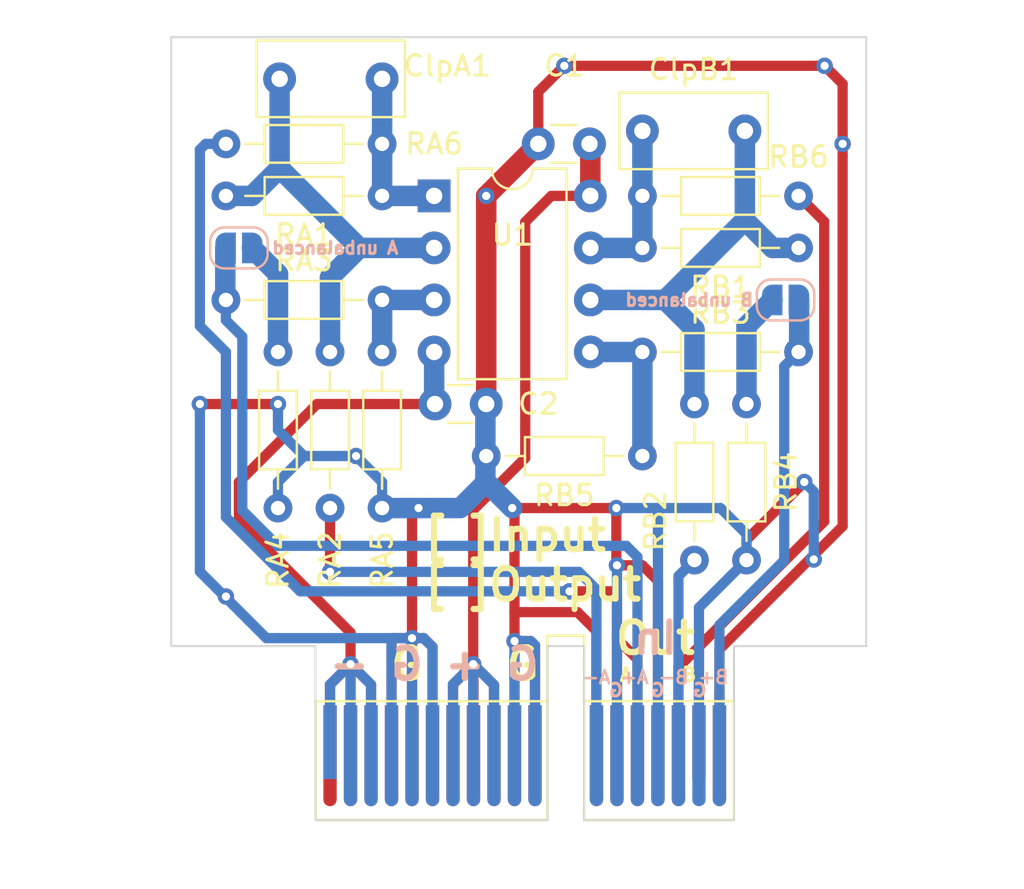
<source format=kicad_pcb>
(kicad_pcb (version 20171130) (host pcbnew 5.0.2-bee76a0~70~ubuntu16.04.1)

  (general
    (thickness 1.6)
    (drawings 22)
    (tracks 225)
    (zones 0)
    (modules 20)
    (nets 18)
  )

  (page A4)
  (layers
    (0 F.Cu signal)
    (31 B.Cu signal)
    (32 B.Adhes user)
    (33 F.Adhes user)
    (34 B.Paste user)
    (35 F.Paste user)
    (36 B.SilkS user)
    (37 F.SilkS user)
    (38 B.Mask user)
    (39 F.Mask user)
    (40 Dwgs.User user)
    (41 Cmts.User user)
    (42 Eco1.User user)
    (43 Eco2.User user)
    (44 Edge.Cuts user)
    (45 Margin user)
    (46 B.CrtYd user)
    (47 F.CrtYd user)
    (48 B.Fab user)
    (49 F.Fab user)
  )

  (setup
    (last_trace_width 0.5)
    (trace_clearance 0.3)
    (zone_clearance 0.3)
    (zone_45_only no)
    (trace_min 0.2)
    (segment_width 0.2)
    (edge_width 0.1)
    (via_size 0.8)
    (via_drill 0.4)
    (via_min_size 0.4)
    (via_min_drill 0.3)
    (uvia_size 0.3)
    (uvia_drill 0.1)
    (uvias_allowed no)
    (uvia_min_size 0.2)
    (uvia_min_drill 0.1)
    (pcb_text_width 0.3)
    (pcb_text_size 1.5 1.5)
    (mod_edge_width 0.15)
    (mod_text_size 1 1)
    (mod_text_width 0.15)
    (pad_size 1 0.5)
    (pad_drill 0)
    (pad_to_mask_clearance 0)
    (solder_mask_min_width 0.25)
    (aux_axis_origin 0 0)
    (visible_elements FFFFFF7F)
    (pcbplotparams
      (layerselection 0x010f0_ffffffff)
      (usegerberextensions false)
      (usegerberattributes true)
      (usegerberadvancedattributes false)
      (creategerberjobfile false)
      (excludeedgelayer false)
      (linewidth 0.100000)
      (plotframeref false)
      (viasonmask false)
      (mode 1)
      (useauxorigin false)
      (hpglpennumber 1)
      (hpglpenspeed 20)
      (hpglpendiameter 15.000000)
      (psnegative false)
      (psa4output false)
      (plotreference true)
      (plotvalue true)
      (plotinvisibletext false)
      (padsonsilk true)
      (subtractmaskfromsilk false)
      (outputformat 1)
      (mirror false)
      (drillshape 0)
      (scaleselection 1)
      (outputdirectory "plots/"))
  )

  (net 0 "")
  (net 1 +15V)
  (net 2 GNDA)
  (net 3 -15V)
  (net 4 "Net-(RA3-Pad2)")
  (net 5 "Net-(RB3-Pad2)")
  (net 6 inB+)
  (net 7 inA+)
  (net 8 inB-)
  (net 9 inA-)
  (net 10 outA)
  (net 11 outB)
  (net 12 "Net-(JA2-Pad2)")
  (net 13 "Net-(JB1-Pad2)")
  (net 14 "Net-(ClpA1-Pad1)")
  (net 15 "Net-(ClpA1-Pad2)")
  (net 16 "Net-(ClpB1-Pad2)")
  (net 17 "Net-(ClpB1-Pad1)")

  (net_class Default "This is the default net class."
    (clearance 0.3)
    (trace_width 0.5)
    (via_dia 0.8)
    (via_drill 0.4)
    (uvia_dia 0.3)
    (uvia_drill 0.1)
    (add_net "Net-(ClpA1-Pad1)")
    (add_net "Net-(ClpA1-Pad2)")
    (add_net "Net-(ClpB1-Pad1)")
    (add_net "Net-(ClpB1-Pad2)")
    (add_net "Net-(JA2-Pad2)")
    (add_net "Net-(JB1-Pad2)")
    (add_net "Net-(RA3-Pad2)")
    (add_net "Net-(RB3-Pad2)")
    (add_net inA+)
    (add_net inA-)
    (add_net inB+)
    (add_net inB-)
    (add_net outA)
    (add_net outB)
  )

  (net_class power ""
    (clearance 0.3)
    (trace_width 0.5)
    (via_dia 0.8)
    (via_drill 0.4)
    (uvia_dia 0.3)
    (uvia_drill 0.1)
    (add_net +15V)
    (add_net -15V)
    (add_net GNDA)
  )

  (module Resistor_THT:R_Axial_DIN0204_L3.6mm_D1.6mm_P7.62mm_Horizontal (layer F.Cu) (tedit 5AE5139B) (tstamp 5D4D76E4)
    (at 99.06 36.83 180)
    (descr "Resistor, Axial_DIN0204 series, Axial, Horizontal, pin pitch=7.62mm, 0.167W, length*diameter=3.6*1.6mm^2, http://cdn-reichelt.de/documents/datenblatt/B400/1_4W%23YAG.pdf")
    (tags "Resistor Axial_DIN0204 series Axial Horizontal pin pitch 7.62mm 0.167W length 3.6mm diameter 1.6mm")
    (path /5CA39C35)
    (fp_text reference RA6 (at -2.54 0 180) (layer F.SilkS)
      (effects (font (size 1 1) (thickness 0.15)))
    )
    (fp_text value 0|0|220 (at 12.7 0 180) (layer F.Fab)
      (effects (font (size 1 1) (thickness 0.15)))
    )
    (fp_line (start 2.01 -0.8) (end 2.01 0.8) (layer F.Fab) (width 0.1))
    (fp_line (start 2.01 0.8) (end 5.61 0.8) (layer F.Fab) (width 0.1))
    (fp_line (start 5.61 0.8) (end 5.61 -0.8) (layer F.Fab) (width 0.1))
    (fp_line (start 5.61 -0.8) (end 2.01 -0.8) (layer F.Fab) (width 0.1))
    (fp_line (start 0 0) (end 2.01 0) (layer F.Fab) (width 0.1))
    (fp_line (start 7.62 0) (end 5.61 0) (layer F.Fab) (width 0.1))
    (fp_line (start 1.89 -0.92) (end 1.89 0.92) (layer F.SilkS) (width 0.12))
    (fp_line (start 1.89 0.92) (end 5.73 0.92) (layer F.SilkS) (width 0.12))
    (fp_line (start 5.73 0.92) (end 5.73 -0.92) (layer F.SilkS) (width 0.12))
    (fp_line (start 5.73 -0.92) (end 1.89 -0.92) (layer F.SilkS) (width 0.12))
    (fp_line (start 0.94 0) (end 1.89 0) (layer F.SilkS) (width 0.12))
    (fp_line (start 6.68 0) (end 5.73 0) (layer F.SilkS) (width 0.12))
    (fp_line (start -0.95 -1.05) (end -0.95 1.05) (layer F.CrtYd) (width 0.05))
    (fp_line (start -0.95 1.05) (end 8.57 1.05) (layer F.CrtYd) (width 0.05))
    (fp_line (start 8.57 1.05) (end 8.57 -1.05) (layer F.CrtYd) (width 0.05))
    (fp_line (start 8.57 -1.05) (end -0.95 -1.05) (layer F.CrtYd) (width 0.05))
    (fp_text user %R (at 3.81 0 180) (layer F.Fab)
      (effects (font (size 0.72 0.72) (thickness 0.108)))
    )
    (pad 1 thru_hole circle (at 0 0 180) (size 1.4 1.4) (drill 0.7) (layers *.Cu *.Mask)
      (net 14 "Net-(ClpA1-Pad1)"))
    (pad 2 thru_hole oval (at 7.62 0 180) (size 1.4 1.4) (drill 0.7) (layers *.Cu *.Mask)
      (net 10 outA))
    (model ${KISYS3DMOD}/Resistor_THT.3dshapes/R_Axial_DIN0204_L3.6mm_D1.6mm_P7.62mm_Horizontal.wrl
      (at (xyz 0 0 0))
      (scale (xyz 1 1 1))
      (rotate (xyz 0 0 0))
    )
  )

  (module Package_DIP:DIP-8_W7.62mm (layer F.Cu) (tedit 5A02E8C5) (tstamp 5CA24E4D)
    (at 101.6 39.37)
    (descr "8-lead though-hole mounted DIP package, row spacing 7.62 mm (300 mils)")
    (tags "THT DIP DIL PDIP 2.54mm 7.62mm 300mil")
    (path /5C54CA7D)
    (fp_text reference U1 (at 3.81 1.905) (layer F.SilkS)
      (effects (font (size 1 1) (thickness 0.15)))
    )
    (fp_text value LM4562 (at 3.81 5.08) (layer F.Fab)
      (effects (font (size 1 1) (thickness 0.15)))
    )
    (fp_arc (start 3.81 -1.33) (end 2.81 -1.33) (angle -180) (layer F.SilkS) (width 0.12))
    (fp_line (start 1.635 -1.27) (end 6.985 -1.27) (layer F.Fab) (width 0.1))
    (fp_line (start 6.985 -1.27) (end 6.985 8.89) (layer F.Fab) (width 0.1))
    (fp_line (start 6.985 8.89) (end 0.635 8.89) (layer F.Fab) (width 0.1))
    (fp_line (start 0.635 8.89) (end 0.635 -0.27) (layer F.Fab) (width 0.1))
    (fp_line (start 0.635 -0.27) (end 1.635 -1.27) (layer F.Fab) (width 0.1))
    (fp_line (start 2.81 -1.33) (end 1.16 -1.33) (layer F.SilkS) (width 0.12))
    (fp_line (start 1.16 -1.33) (end 1.16 8.95) (layer F.SilkS) (width 0.12))
    (fp_line (start 1.16 8.95) (end 6.46 8.95) (layer F.SilkS) (width 0.12))
    (fp_line (start 6.46 8.95) (end 6.46 -1.33) (layer F.SilkS) (width 0.12))
    (fp_line (start 6.46 -1.33) (end 4.81 -1.33) (layer F.SilkS) (width 0.12))
    (fp_line (start -1.1 -1.55) (end -1.1 9.15) (layer F.CrtYd) (width 0.05))
    (fp_line (start -1.1 9.15) (end 8.7 9.15) (layer F.CrtYd) (width 0.05))
    (fp_line (start 8.7 9.15) (end 8.7 -1.55) (layer F.CrtYd) (width 0.05))
    (fp_line (start 8.7 -1.55) (end -1.1 -1.55) (layer F.CrtYd) (width 0.05))
    (fp_text user %R (at 3.81 3.81) (layer F.Fab)
      (effects (font (size 1 1) (thickness 0.15)))
    )
    (pad 1 thru_hole rect (at 0 0) (size 1.6 1.6) (drill 0.8) (layers *.Cu *.Mask)
      (net 14 "Net-(ClpA1-Pad1)"))
    (pad 5 thru_hole oval (at 7.62 7.62) (size 1.6 1.6) (drill 0.8) (layers *.Cu *.Mask)
      (net 5 "Net-(RB3-Pad2)"))
    (pad 2 thru_hole oval (at 0 2.54) (size 1.6 1.6) (drill 0.8) (layers *.Cu *.Mask)
      (net 15 "Net-(ClpA1-Pad2)"))
    (pad 6 thru_hole oval (at 7.62 5.08) (size 1.6 1.6) (drill 0.8) (layers *.Cu *.Mask)
      (net 16 "Net-(ClpB1-Pad2)"))
    (pad 3 thru_hole oval (at 0 5.08) (size 1.6 1.6) (drill 0.8) (layers *.Cu *.Mask)
      (net 4 "Net-(RA3-Pad2)"))
    (pad 7 thru_hole oval (at 7.62 2.54) (size 1.6 1.6) (drill 0.8) (layers *.Cu *.Mask)
      (net 17 "Net-(ClpB1-Pad1)"))
    (pad 4 thru_hole oval (at 0 7.62) (size 1.6 1.6) (drill 0.8) (layers *.Cu *.Mask)
      (net 3 -15V))
    (pad 8 thru_hole oval (at 7.62 0) (size 1.6 1.6) (drill 0.8) (layers *.Cu *.Mask)
      (net 1 +15V))
    (model ${KISYS3DMOD}/Package_DIP.3dshapes/DIP-8_W7.62mm.wrl
      (at (xyz 0 0 0))
      (scale (xyz 1 1 1))
      (rotate (xyz 0 0 0))
    )
  )

  (module footprints:PCIexpress_1x_letters (layer F.Cu) (tedit 5D08B442) (tstamp 5C54794C)
    (at 96.52 66.04)
    (descr "PCIexpress Bus Edge Connector")
    (tags "PCIexpress Bus Edge Connector")
    (path /5C5482AB)
    (attr virtual)
    (fp_text reference J3 (at 11.43 -4.318) (layer F.SilkS) hide
      (effects (font (size 1 1) (thickness 0.15)))
    )
    (fp_text value Conn_02x18_Row_Letter_First (at 10.16 6.35) (layer F.Fab)
      (effects (font (size 1 1) (thickness 0.15)))
    )
    (fp_line (start 19.95 4.05) (end -0.95 4.05) (layer F.CrtYd) (width 0.05))
    (fp_line (start 19.95 4.05) (end 19.95 -5.45) (layer F.CrtYd) (width 0.05))
    (fp_line (start -0.95 -5.45) (end -0.95 4.05) (layer F.CrtYd) (width 0.05))
    (fp_line (start -0.95 -5.45) (end 19.95 -5.45) (layer F.CrtYd) (width 0.05))
    (fp_line (start 19.7 -2) (end 19.7 3.8) (layer F.SilkS) (width 0.12))
    (fp_line (start 12.4 -2) (end 12.4 3.8) (layer F.SilkS) (width 0.12))
    (fp_line (start 12.4 3.8) (end 19.7 3.8) (layer F.SilkS) (width 0.12))
    (fp_line (start 19.7 -2) (end 12.4 -2) (layer F.SilkS) (width 0.12))
    (fp_line (start -0.7 3.8) (end -0.7 -2) (layer F.SilkS) (width 0.12))
    (fp_line (start 10.6 3.8) (end -0.7 3.8) (layer F.SilkS) (width 0.12))
    (fp_line (start 10.6 -2) (end 10.6 3.8) (layer F.SilkS) (width 0.12))
    (fp_line (start -0.7 -2) (end 10.6 -2) (layer F.SilkS) (width 0.12))
    (fp_line (start 12.4 -5.2) (end 12.4 -2) (layer F.SilkS) (width 0.12))
    (fp_line (start 10.6 -5.2) (end 12.4 -5.2) (layer F.SilkS) (width 0.12))
    (fp_line (start 10.6 -2) (end 10.6 -5.2) (layer F.SilkS) (width 0.12))
    (fp_text user %R (at 9.5 0.662) (layer F.Fab)
      (effects (font (size 1 1) (thickness 0.15)))
    )
    (pad "" connect oval (at 1 2.8 90) (size 0.65 0.65) (layers B.Cu B.Mask))
    (pad "" connect oval (at 19 2.8 90) (size 0.65 0.65) (layers B.Cu B.Mask))
    (pad "" connect oval (at 18 2.8 90) (size 0.65 0.65) (layers B.Cu B.Mask))
    (pad "" connect oval (at 13 2.8 90) (size 0.65 0.65) (layers B.Cu B.Mask))
    (pad "" connect oval (at 10 2.8 90) (size 0.65 0.65) (layers B.Cu B.Mask))
    (pad "" connect oval (at 17 2.8 90) (size 0.65 0.65) (layers B.Cu B.Mask))
    (pad "" connect oval (at 14 2.8 90) (size 0.65 0.65) (layers B.Cu B.Mask))
    (pad "" connect oval (at 2 2.8 90) (size 0.65 0.65) (layers B.Cu B.Mask))
    (pad "" connect oval (at 16 2.8 90) (size 0.65 0.65) (layers B.Cu B.Mask))
    (pad "" connect oval (at 15 2.8 90) (size 0.65 0.65) (layers B.Cu B.Mask))
    (pad "" connect oval (at 9 2.8 90) (size 0.65 0.65) (layers B.Cu B.Mask))
    (pad "" connect oval (at 8 2.8 90) (size 0.65 0.65) (layers B.Cu B.Mask))
    (pad "" connect oval (at 7 2.8 90) (size 0.65 0.65) (layers B.Cu B.Mask))
    (pad "" connect oval (at 6 2.8 90) (size 0.65 0.65) (layers B.Cu B.Mask))
    (pad "" connect oval (at 5 2.8 90) (size 0.65 0.65) (layers B.Cu B.Mask))
    (pad "" connect oval (at 4 2.8 90) (size 0.65 0.65) (layers B.Cu B.Mask))
    (pad "" connect oval (at 3 2.8 90) (size 0.65 0.65) (layers B.Cu B.Mask))
    (pad "" connect circle (at 1 2.8) (size 0.65 0.65) (layers F.Cu F.Mask))
    (pad "" connect circle (at 17 2.8) (size 0.65 0.65) (layers F.Cu F.Mask))
    (pad "" connect circle (at 16 2.8) (size 0.65 0.65) (layers F.Cu F.Mask))
    (pad "" connect circle (at 15 2.8) (size 0.65 0.65) (layers F.Cu F.Mask))
    (pad "" connect circle (at 14 2.8) (size 0.65 0.65) (layers F.Cu F.Mask))
    (pad "" connect circle (at 13 2.8) (size 0.65 0.65) (layers F.Cu F.Mask))
    (pad "" connect circle (at 0 2.8) (size 0.65 0.65) (layers F.Cu F.Mask))
    (pad "" connect circle (at 10 2.8) (size 0.65 0.65) (layers F.Cu F.Mask))
    (pad "" connect circle (at 9 2.8) (size 0.65 0.65) (layers F.Cu F.Mask))
    (pad "" connect circle (at 8 2.8) (size 0.65 0.65) (layers F.Cu F.Mask))
    (pad "" connect circle (at 7 2.8) (size 0.65 0.65) (layers F.Cu F.Mask))
    (pad "" connect circle (at 6 2.8) (size 0.65 0.65) (layers F.Cu F.Mask))
    (pad "" connect circle (at 5 2.8) (size 0.65 0.65) (layers F.Cu F.Mask))
    (pad "" connect circle (at 4 2.8) (size 0.65 0.65) (layers F.Cu F.Mask))
    (pad "" connect circle (at 3 2.8) (size 0.65 0.65) (layers F.Cu F.Mask))
    (pad "" connect circle (at 2 2.8) (size 0.65 0.65) (layers F.Cu F.Mask))
    (pad 13a connect rect (at 14 0.5) (size 0.65 4.6) (layers B.Cu B.Mask)
      (net 2 GNDA))
    (pad 12a connect rect (at 13 0.5) (size 0.65 4.6) (layers B.Cu B.Mask)
      (net 9 inA-))
    (pad 18a connect rect (at 19 0.5) (size 0.65 4.6) (layers B.Cu B.Mask)
      (net 6 inB+))
    (pad 17a connect rect (at 18 0.5) (size 0.65 4.6) (layers B.Cu B.Mask)
      (net 2 GNDA))
    (pad 16a connect rect (at 17 0.5) (size 0.65 4.6) (layers B.Cu B.Mask)
      (net 8 inB-))
    (pad 15a connect rect (at 16 0.5) (size 0.65 4.6) (layers B.Cu B.Mask)
      (net 2 GNDA))
    (pad 14a connect rect (at 15 0.5) (size 0.65 4.6) (layers B.Cu B.Mask)
      (net 7 inA+))
    (pad 11a connect rect (at 10 0.5) (size 0.65 4.6) (layers B.Cu B.Mask)
      (net 2 GNDA))
    (pad 10a connect rect (at 9 0.5) (size 0.65 4.6) (layers B.Cu B.Mask)
      (net 2 GNDA))
    (pad 9a connect rect (at 8 0.5) (size 0.65 4.6) (layers B.Cu B.Mask)
      (net 1 +15V))
    (pad 8a connect rect (at 7 0.5) (size 0.65 4.6) (layers B.Cu B.Mask)
      (net 1 +15V))
    (pad 7a connect rect (at 6 0.5) (size 0.65 4.6) (layers B.Cu B.Mask)
      (net 1 +15V))
    (pad 6a connect rect (at 5 0.5) (size 0.65 4.6) (layers B.Cu B.Mask)
      (net 2 GNDA))
    (pad 5a connect rect (at 4 0.5) (size 0.65 4.6) (layers B.Cu B.Mask)
      (net 2 GNDA))
    (pad 4a connect rect (at 3 0.5) (size 0.65 4.6) (layers B.Cu B.Mask)
      (net 2 GNDA))
    (pad 3a connect rect (at 2 0.5) (size 0.65 4.6) (layers B.Cu B.Mask)
      (net 3 -15V))
    (pad 2a connect rect (at 1 0.5) (size 0.65 4.6) (layers B.Cu B.Mask)
      (net 3 -15V))
    (pad 1a connect rect (at 0 0) (size 0.65 3.6) (layers B.Cu B.Mask)
      (net 3 -15V))
    (pad 13b connect rect (at 14 0.5) (size 0.65 4.6) (layers F.Cu F.Mask)
      (net 10 outA))
    (pad 12b connect rect (at 13 0.5) (size 0.65 4.6) (layers F.Cu F.Mask)
      (net 2 GNDA))
    (pad 18b connect rect (at 19 0.5) (size 0.65 4.6) (layers F.Cu F.Mask)
      (net 2 GNDA))
    (pad 17b connect rect (at 18 0) (size 0.65 3.6) (layers F.Cu F.Mask)
      (net 11 outB))
    (pad 16b connect rect (at 17 0.5) (size 0.65 4.6) (layers F.Cu F.Mask)
      (net 11 outB))
    (pad 15b connect rect (at 16 0.5) (size 0.65 4.6) (layers F.Cu F.Mask)
      (net 2 GNDA))
    (pad 14b connect rect (at 15 0.5) (size 0.65 4.6) (layers F.Cu F.Mask)
      (net 10 outA))
    (pad 11b connect rect (at 10 0.5) (size 0.65 4.6) (layers F.Cu F.Mask)
      (net 2 GNDA))
    (pad 10b connect rect (at 9 0.5) (size 0.65 4.6) (layers F.Cu F.Mask)
      (net 2 GNDA))
    (pad 9b connect rect (at 8 0.5) (size 0.65 4.6) (layers F.Cu F.Mask)
      (net 1 +15V))
    (pad 8b connect rect (at 7 0.5) (size 0.65 4.6) (layers F.Cu F.Mask)
      (net 1 +15V))
    (pad 7b connect rect (at 6 0.5) (size 0.65 4.6) (layers F.Cu F.Mask)
      (net 1 +15V))
    (pad 6b connect rect (at 5 0.5) (size 0.65 4.6) (layers F.Cu F.Mask)
      (net 2 GNDA))
    (pad 5b connect rect (at 4 0.5) (size 0.65 4.6) (layers F.Cu F.Mask)
      (net 2 GNDA))
    (pad 4b connect rect (at 3 0.5) (size 0.65 4.6) (layers F.Cu F.Mask)
      (net 2 GNDA))
    (pad 3b connect rect (at 2 0.5) (size 0.65 4.6) (layers F.Cu F.Mask)
      (net 3 -15V))
    (pad 2b connect rect (at 1 0.5) (size 0.65 4.6) (layers F.Cu F.Mask)
      (net 3 -15V))
    (pad 1b connect rect (at 0 0.5) (size 0.65 4.6) (layers F.Cu F.Mask)
      (net 3 -15V))
    (pad "" connect circle (at 19 2.8) (size 0.65 0.65) (layers F.Cu F.Mask))
  )

  (module Resistor_THT:R_Axial_DIN0204_L3.6mm_D1.6mm_P7.62mm_Horizontal (layer F.Cu) (tedit 5AE5139B) (tstamp 5DA9F0BC)
    (at 96.52 54.61 90)
    (descr "Resistor, Axial_DIN0204 series, Axial, Horizontal, pin pitch=7.62mm, 0.167W, length*diameter=3.6*1.6mm^2, http://cdn-reichelt.de/documents/datenblatt/B400/1_4W%23YAG.pdf")
    (tags "Resistor Axial_DIN0204 series Axial Horizontal pin pitch 7.62mm 0.167W length 3.6mm diameter 1.6mm")
    (path /5C54CA8C)
    (fp_text reference RA2 (at -2.54 0 90) (layer F.SilkS)
      (effects (font (size 1 1) (thickness 0.15)))
    )
    (fp_text value 10k|0|open (at -7.62 0 90) (layer F.Fab)
      (effects (font (size 1 1) (thickness 0.15)))
    )
    (fp_line (start 2.01 -0.8) (end 2.01 0.8) (layer F.Fab) (width 0.1))
    (fp_line (start 2.01 0.8) (end 5.61 0.8) (layer F.Fab) (width 0.1))
    (fp_line (start 5.61 0.8) (end 5.61 -0.8) (layer F.Fab) (width 0.1))
    (fp_line (start 5.61 -0.8) (end 2.01 -0.8) (layer F.Fab) (width 0.1))
    (fp_line (start 0 0) (end 2.01 0) (layer F.Fab) (width 0.1))
    (fp_line (start 7.62 0) (end 5.61 0) (layer F.Fab) (width 0.1))
    (fp_line (start 1.89 -0.92) (end 1.89 0.92) (layer F.SilkS) (width 0.12))
    (fp_line (start 1.89 0.92) (end 5.73 0.92) (layer F.SilkS) (width 0.12))
    (fp_line (start 5.73 0.92) (end 5.73 -0.92) (layer F.SilkS) (width 0.12))
    (fp_line (start 5.73 -0.92) (end 1.89 -0.92) (layer F.SilkS) (width 0.12))
    (fp_line (start 0.94 0) (end 1.89 0) (layer F.SilkS) (width 0.12))
    (fp_line (start 6.68 0) (end 5.73 0) (layer F.SilkS) (width 0.12))
    (fp_line (start -0.95 -1.05) (end -0.95 1.05) (layer F.CrtYd) (width 0.05))
    (fp_line (start -0.95 1.05) (end 8.57 1.05) (layer F.CrtYd) (width 0.05))
    (fp_line (start 8.57 1.05) (end 8.57 -1.05) (layer F.CrtYd) (width 0.05))
    (fp_line (start 8.57 -1.05) (end -0.95 -1.05) (layer F.CrtYd) (width 0.05))
    (fp_text user %R (at 3.81 0 90) (layer F.Fab)
      (effects (font (size 0.72 0.72) (thickness 0.108)))
    )
    (pad 1 thru_hole circle (at 0 0 90) (size 1.4 1.4) (drill 0.7) (layers *.Cu *.Mask)
      (net 9 inA-))
    (pad 2 thru_hole oval (at 7.62 0 90) (size 1.4 1.4) (drill 0.7) (layers *.Cu *.Mask)
      (net 15 "Net-(ClpA1-Pad2)"))
    (model ${KISYS3DMOD}/Resistor_THT.3dshapes/R_Axial_DIN0204_L3.6mm_D1.6mm_P7.62mm_Horizontal.wrl
      (at (xyz 0 0 0))
      (scale (xyz 1 1 1))
      (rotate (xyz 0 0 0))
    )
  )

  (module Resistor_THT:R_Axial_DIN0204_L3.6mm_D1.6mm_P7.62mm_Horizontal (layer F.Cu) (tedit 5AE5139B) (tstamp 5CA24B48)
    (at 91.44 44.45)
    (descr "Resistor, Axial_DIN0204 series, Axial, Horizontal, pin pitch=7.62mm, 0.167W, length*diameter=3.6*1.6mm^2, http://cdn-reichelt.de/documents/datenblatt/B400/1_4W%23YAG.pdf")
    (tags "Resistor Axial_DIN0204 series Axial Horizontal pin pitch 7.62mm 0.167W length 3.6mm diameter 1.6mm")
    (path /5C54CAA4)
    (fp_text reference RA3 (at 3.81 -1.92) (layer F.SilkS)
      (effects (font (size 1 1) (thickness 0.15)))
    )
    (fp_text value 10k|1k|10k (at -6.35 0) (layer F.Fab)
      (effects (font (size 1 1) (thickness 0.15)))
    )
    (fp_text user %R (at 3.81 0) (layer F.Fab)
      (effects (font (size 0.72 0.72) (thickness 0.108)))
    )
    (fp_line (start 8.57 -1.05) (end -0.95 -1.05) (layer F.CrtYd) (width 0.05))
    (fp_line (start 8.57 1.05) (end 8.57 -1.05) (layer F.CrtYd) (width 0.05))
    (fp_line (start -0.95 1.05) (end 8.57 1.05) (layer F.CrtYd) (width 0.05))
    (fp_line (start -0.95 -1.05) (end -0.95 1.05) (layer F.CrtYd) (width 0.05))
    (fp_line (start 6.68 0) (end 5.73 0) (layer F.SilkS) (width 0.12))
    (fp_line (start 0.94 0) (end 1.89 0) (layer F.SilkS) (width 0.12))
    (fp_line (start 5.73 -0.92) (end 1.89 -0.92) (layer F.SilkS) (width 0.12))
    (fp_line (start 5.73 0.92) (end 5.73 -0.92) (layer F.SilkS) (width 0.12))
    (fp_line (start 1.89 0.92) (end 5.73 0.92) (layer F.SilkS) (width 0.12))
    (fp_line (start 1.89 -0.92) (end 1.89 0.92) (layer F.SilkS) (width 0.12))
    (fp_line (start 7.62 0) (end 5.61 0) (layer F.Fab) (width 0.1))
    (fp_line (start 0 0) (end 2.01 0) (layer F.Fab) (width 0.1))
    (fp_line (start 5.61 -0.8) (end 2.01 -0.8) (layer F.Fab) (width 0.1))
    (fp_line (start 5.61 0.8) (end 5.61 -0.8) (layer F.Fab) (width 0.1))
    (fp_line (start 2.01 0.8) (end 5.61 0.8) (layer F.Fab) (width 0.1))
    (fp_line (start 2.01 -0.8) (end 2.01 0.8) (layer F.Fab) (width 0.1))
    (pad 2 thru_hole oval (at 7.62 0) (size 1.4 1.4) (drill 0.7) (layers *.Cu *.Mask)
      (net 4 "Net-(RA3-Pad2)"))
    (pad 1 thru_hole circle (at 0 0) (size 1.4 1.4) (drill 0.7) (layers *.Cu *.Mask)
      (net 7 inA+))
    (model ${KISYS3DMOD}/Resistor_THT.3dshapes/R_Axial_DIN0204_L3.6mm_D1.6mm_P7.62mm_Horizontal.wrl
      (at (xyz 0 0 0))
      (scale (xyz 1 1 1))
      (rotate (xyz 0 0 0))
    )
  )

  (module Resistor_THT:R_Axial_DIN0204_L3.6mm_D1.6mm_P7.62mm_Horizontal (layer F.Cu) (tedit 5AE5139B) (tstamp 5CA24BBD)
    (at 93.98 46.99 270)
    (descr "Resistor, Axial_DIN0204 series, Axial, Horizontal, pin pitch=7.62mm, 0.167W, length*diameter=3.6*1.6mm^2, http://cdn-reichelt.de/documents/datenblatt/B400/1_4W%23YAG.pdf")
    (tags "Resistor Axial_DIN0204 series Axial Horizontal pin pitch 7.62mm 0.167W length 3.6mm diameter 1.6mm")
    (path /5C54CAB9)
    (fp_text reference RA4 (at 10.16 0 270) (layer F.SilkS)
      (effects (font (size 1 1) (thickness 0.15)))
    )
    (fp_text value 10|0|open (at 15.24 0 270) (layer F.Fab)
      (effects (font (size 1 1) (thickness 0.15)))
    )
    (fp_text user %R (at 3.81 0 270) (layer F.Fab)
      (effects (font (size 0.72 0.72) (thickness 0.108)))
    )
    (fp_line (start 8.57 -1.05) (end -0.95 -1.05) (layer F.CrtYd) (width 0.05))
    (fp_line (start 8.57 1.05) (end 8.57 -1.05) (layer F.CrtYd) (width 0.05))
    (fp_line (start -0.95 1.05) (end 8.57 1.05) (layer F.CrtYd) (width 0.05))
    (fp_line (start -0.95 -1.05) (end -0.95 1.05) (layer F.CrtYd) (width 0.05))
    (fp_line (start 6.68 0) (end 5.73 0) (layer F.SilkS) (width 0.12))
    (fp_line (start 0.94 0) (end 1.89 0) (layer F.SilkS) (width 0.12))
    (fp_line (start 5.73 -0.92) (end 1.89 -0.92) (layer F.SilkS) (width 0.12))
    (fp_line (start 5.73 0.92) (end 5.73 -0.92) (layer F.SilkS) (width 0.12))
    (fp_line (start 1.89 0.92) (end 5.73 0.92) (layer F.SilkS) (width 0.12))
    (fp_line (start 1.89 -0.92) (end 1.89 0.92) (layer F.SilkS) (width 0.12))
    (fp_line (start 7.62 0) (end 5.61 0) (layer F.Fab) (width 0.1))
    (fp_line (start 0 0) (end 2.01 0) (layer F.Fab) (width 0.1))
    (fp_line (start 5.61 -0.8) (end 2.01 -0.8) (layer F.Fab) (width 0.1))
    (fp_line (start 5.61 0.8) (end 5.61 -0.8) (layer F.Fab) (width 0.1))
    (fp_line (start 2.01 0.8) (end 5.61 0.8) (layer F.Fab) (width 0.1))
    (fp_line (start 2.01 -0.8) (end 2.01 0.8) (layer F.Fab) (width 0.1))
    (pad 2 thru_hole oval (at 7.62 0 270) (size 1.4 1.4) (drill 0.7) (layers *.Cu *.Mask)
      (net 2 GNDA))
    (pad 1 thru_hole circle (at 0 0 270) (size 1.4 1.4) (drill 0.7) (layers *.Cu *.Mask)
      (net 12 "Net-(JA2-Pad2)"))
    (model ${KISYS3DMOD}/Resistor_THT.3dshapes/R_Axial_DIN0204_L3.6mm_D1.6mm_P7.62mm_Horizontal.wrl
      (at (xyz 0 0 0))
      (scale (xyz 1 1 1))
      (rotate (xyz 0 0 0))
    )
  )

  (module Resistor_THT:R_Axial_DIN0204_L3.6mm_D1.6mm_P7.62mm_Horizontal (layer F.Cu) (tedit 5AE5139B) (tstamp 5CA24D91)
    (at 99.06 46.99 270)
    (descr "Resistor, Axial_DIN0204 series, Axial, Horizontal, pin pitch=7.62mm, 0.167W, length*diameter=3.6*1.6mm^2, http://cdn-reichelt.de/documents/datenblatt/B400/1_4W%23YAG.pdf")
    (tags "Resistor Axial_DIN0204 series Axial Horizontal pin pitch 7.62mm 0.167W length 3.6mm diameter 1.6mm")
    (path /5C54CAAC)
    (fp_text reference RA5 (at 10.16 0 270) (layer F.SilkS)
      (effects (font (size 1 1) (thickness 0.15)))
    )
    (fp_text value 10k|open|open (at 16.51 0 270) (layer F.Fab)
      (effects (font (size 1 1) (thickness 0.15)))
    )
    (fp_line (start 2.01 -0.8) (end 2.01 0.8) (layer F.Fab) (width 0.1))
    (fp_line (start 2.01 0.8) (end 5.61 0.8) (layer F.Fab) (width 0.1))
    (fp_line (start 5.61 0.8) (end 5.61 -0.8) (layer F.Fab) (width 0.1))
    (fp_line (start 5.61 -0.8) (end 2.01 -0.8) (layer F.Fab) (width 0.1))
    (fp_line (start 0 0) (end 2.01 0) (layer F.Fab) (width 0.1))
    (fp_line (start 7.62 0) (end 5.61 0) (layer F.Fab) (width 0.1))
    (fp_line (start 1.89 -0.92) (end 1.89 0.92) (layer F.SilkS) (width 0.12))
    (fp_line (start 1.89 0.92) (end 5.73 0.92) (layer F.SilkS) (width 0.12))
    (fp_line (start 5.73 0.92) (end 5.73 -0.92) (layer F.SilkS) (width 0.12))
    (fp_line (start 5.73 -0.92) (end 1.89 -0.92) (layer F.SilkS) (width 0.12))
    (fp_line (start 0.94 0) (end 1.89 0) (layer F.SilkS) (width 0.12))
    (fp_line (start 6.68 0) (end 5.73 0) (layer F.SilkS) (width 0.12))
    (fp_line (start -0.95 -1.05) (end -0.95 1.05) (layer F.CrtYd) (width 0.05))
    (fp_line (start -0.95 1.05) (end 8.57 1.05) (layer F.CrtYd) (width 0.05))
    (fp_line (start 8.57 1.05) (end 8.57 -1.05) (layer F.CrtYd) (width 0.05))
    (fp_line (start 8.57 -1.05) (end -0.95 -1.05) (layer F.CrtYd) (width 0.05))
    (fp_text user %R (at 3.81 0 270) (layer F.Fab)
      (effects (font (size 0.72 0.72) (thickness 0.108)))
    )
    (pad 1 thru_hole circle (at 0 0 270) (size 1.4 1.4) (drill 0.7) (layers *.Cu *.Mask)
      (net 4 "Net-(RA3-Pad2)"))
    (pad 2 thru_hole oval (at 7.62 0 270) (size 1.4 1.4) (drill 0.7) (layers *.Cu *.Mask)
      (net 2 GNDA))
    (model ${KISYS3DMOD}/Resistor_THT.3dshapes/R_Axial_DIN0204_L3.6mm_D1.6mm_P7.62mm_Horizontal.wrl
      (at (xyz 0 0 0))
      (scale (xyz 1 1 1))
      (rotate (xyz 0 0 0))
    )
  )

  (module Resistor_THT:R_Axial_DIN0204_L3.6mm_D1.6mm_P7.62mm_Horizontal (layer F.Cu) (tedit 5AE5139B) (tstamp 5CA24E06)
    (at 119.38 41.91 180)
    (descr "Resistor, Axial_DIN0204 series, Axial, Horizontal, pin pitch=7.62mm, 0.167W, length*diameter=3.6*1.6mm^2, http://cdn-reichelt.de/documents/datenblatt/B400/1_4W%23YAG.pdf")
    (tags "Resistor Axial_DIN0204 series Axial Horizontal pin pitch 7.62mm 0.167W length 3.6mm diameter 1.6mm")
    (path /5C54CB19)
    (fp_text reference RB1 (at 3.81 -1.92 180) (layer F.SilkS)
      (effects (font (size 1 1) (thickness 0.15)))
    )
    (fp_text value 10k|10k|0 (at -6.35 0 180) (layer F.Fab)
      (effects (font (size 1 1) (thickness 0.15)))
    )
    (fp_line (start 2.01 -0.8) (end 2.01 0.8) (layer F.Fab) (width 0.1))
    (fp_line (start 2.01 0.8) (end 5.61 0.8) (layer F.Fab) (width 0.1))
    (fp_line (start 5.61 0.8) (end 5.61 -0.8) (layer F.Fab) (width 0.1))
    (fp_line (start 5.61 -0.8) (end 2.01 -0.8) (layer F.Fab) (width 0.1))
    (fp_line (start 0 0) (end 2.01 0) (layer F.Fab) (width 0.1))
    (fp_line (start 7.62 0) (end 5.61 0) (layer F.Fab) (width 0.1))
    (fp_line (start 1.89 -0.92) (end 1.89 0.92) (layer F.SilkS) (width 0.12))
    (fp_line (start 1.89 0.92) (end 5.73 0.92) (layer F.SilkS) (width 0.12))
    (fp_line (start 5.73 0.92) (end 5.73 -0.92) (layer F.SilkS) (width 0.12))
    (fp_line (start 5.73 -0.92) (end 1.89 -0.92) (layer F.SilkS) (width 0.12))
    (fp_line (start 0.94 0) (end 1.89 0) (layer F.SilkS) (width 0.12))
    (fp_line (start 6.68 0) (end 5.73 0) (layer F.SilkS) (width 0.12))
    (fp_line (start -0.95 -1.05) (end -0.95 1.05) (layer F.CrtYd) (width 0.05))
    (fp_line (start -0.95 1.05) (end 8.57 1.05) (layer F.CrtYd) (width 0.05))
    (fp_line (start 8.57 1.05) (end 8.57 -1.05) (layer F.CrtYd) (width 0.05))
    (fp_line (start 8.57 -1.05) (end -0.95 -1.05) (layer F.CrtYd) (width 0.05))
    (fp_text user %R (at 3.81 0 180) (layer F.Fab)
      (effects (font (size 0.72 0.72) (thickness 0.108)))
    )
    (pad 1 thru_hole circle (at 0 0 180) (size 1.4 1.4) (drill 0.7) (layers *.Cu *.Mask)
      (net 16 "Net-(ClpB1-Pad2)"))
    (pad 2 thru_hole oval (at 7.62 0 180) (size 1.4 1.4) (drill 0.7) (layers *.Cu *.Mask)
      (net 17 "Net-(ClpB1-Pad1)"))
    (model ${KISYS3DMOD}/Resistor_THT.3dshapes/R_Axial_DIN0204_L3.6mm_D1.6mm_P7.62mm_Horizontal.wrl
      (at (xyz 0 0 0))
      (scale (xyz 1 1 1))
      (rotate (xyz 0 0 0))
    )
  )

  (module Resistor_THT:R_Axial_DIN0204_L3.6mm_D1.6mm_P7.62mm_Horizontal (layer F.Cu) (tedit 5AE5139B) (tstamp 5CA24C29)
    (at 114.3 57.15 90)
    (descr "Resistor, Axial_DIN0204 series, Axial, Horizontal, pin pitch=7.62mm, 0.167W, length*diameter=3.6*1.6mm^2, http://cdn-reichelt.de/documents/datenblatt/B400/1_4W%23YAG.pdf")
    (tags "Resistor Axial_DIN0204 series Axial Horizontal pin pitch 7.62mm 0.167W length 3.6mm diameter 1.6mm")
    (path /5C54CAD8)
    (fp_text reference RB2 (at 1.905 -1.905 90) (layer F.SilkS)
      (effects (font (size 1 1) (thickness 0.15)))
    )
    (fp_text value 10k|0|open (at -6.35 0 270) (layer F.Fab)
      (effects (font (size 1 1) (thickness 0.15)))
    )
    (fp_line (start 2.01 -0.8) (end 2.01 0.8) (layer F.Fab) (width 0.1))
    (fp_line (start 2.01 0.8) (end 5.61 0.8) (layer F.Fab) (width 0.1))
    (fp_line (start 5.61 0.8) (end 5.61 -0.8) (layer F.Fab) (width 0.1))
    (fp_line (start 5.61 -0.8) (end 2.01 -0.8) (layer F.Fab) (width 0.1))
    (fp_line (start 0 0) (end 2.01 0) (layer F.Fab) (width 0.1))
    (fp_line (start 7.62 0) (end 5.61 0) (layer F.Fab) (width 0.1))
    (fp_line (start 1.89 -0.92) (end 1.89 0.92) (layer F.SilkS) (width 0.12))
    (fp_line (start 1.89 0.92) (end 5.73 0.92) (layer F.SilkS) (width 0.12))
    (fp_line (start 5.73 0.92) (end 5.73 -0.92) (layer F.SilkS) (width 0.12))
    (fp_line (start 5.73 -0.92) (end 1.89 -0.92) (layer F.SilkS) (width 0.12))
    (fp_line (start 0.94 0) (end 1.89 0) (layer F.SilkS) (width 0.12))
    (fp_line (start 6.68 0) (end 5.73 0) (layer F.SilkS) (width 0.12))
    (fp_line (start -0.95 -1.05) (end -0.95 1.05) (layer F.CrtYd) (width 0.05))
    (fp_line (start -0.95 1.05) (end 8.57 1.05) (layer F.CrtYd) (width 0.05))
    (fp_line (start 8.57 1.05) (end 8.57 -1.05) (layer F.CrtYd) (width 0.05))
    (fp_line (start 8.57 -1.05) (end -0.95 -1.05) (layer F.CrtYd) (width 0.05))
    (fp_text user %R (at 3.81 0 90) (layer F.Fab)
      (effects (font (size 0.72 0.72) (thickness 0.108)))
    )
    (pad 1 thru_hole circle (at 0 0 90) (size 1.4 1.4) (drill 0.7) (layers *.Cu *.Mask)
      (net 8 inB-))
    (pad 2 thru_hole oval (at 7.62 0 90) (size 1.4 1.4) (drill 0.7) (layers *.Cu *.Mask)
      (net 16 "Net-(ClpB1-Pad2)"))
    (model ${KISYS3DMOD}/Resistor_THT.3dshapes/R_Axial_DIN0204_L3.6mm_D1.6mm_P7.62mm_Horizontal.wrl
      (at (xyz 0 0 0))
      (scale (xyz 1 1 1))
      (rotate (xyz 0 0 0))
    )
  )

  (module Resistor_THT:R_Axial_DIN0204_L3.6mm_D1.6mm_P7.62mm_Horizontal (layer F.Cu) (tedit 5AE5139B) (tstamp 5CA24AD9)
    (at 119.38 46.99 180)
    (descr "Resistor, Axial_DIN0204 series, Axial, Horizontal, pin pitch=7.62mm, 0.167W, length*diameter=3.6*1.6mm^2, http://cdn-reichelt.de/documents/datenblatt/B400/1_4W%23YAG.pdf")
    (tags "Resistor Axial_DIN0204 series Axial Horizontal pin pitch 7.62mm 0.167W length 3.6mm diameter 1.6mm")
    (path /5C54CAE4)
    (fp_text reference RB3 (at 3.81 1.905 180) (layer F.SilkS)
      (effects (font (size 1 1) (thickness 0.15)))
    )
    (fp_text value 10k|1k|10k (at -6.35 0 180) (layer F.Fab)
      (effects (font (size 1 1) (thickness 0.15)))
    )
    (fp_text user %R (at 3.81 0 180) (layer F.Fab)
      (effects (font (size 0.72 0.72) (thickness 0.108)))
    )
    (fp_line (start 8.57 -1.05) (end -0.95 -1.05) (layer F.CrtYd) (width 0.05))
    (fp_line (start 8.57 1.05) (end 8.57 -1.05) (layer F.CrtYd) (width 0.05))
    (fp_line (start -0.95 1.05) (end 8.57 1.05) (layer F.CrtYd) (width 0.05))
    (fp_line (start -0.95 -1.05) (end -0.95 1.05) (layer F.CrtYd) (width 0.05))
    (fp_line (start 6.68 0) (end 5.73 0) (layer F.SilkS) (width 0.12))
    (fp_line (start 0.94 0) (end 1.89 0) (layer F.SilkS) (width 0.12))
    (fp_line (start 5.73 -0.92) (end 1.89 -0.92) (layer F.SilkS) (width 0.12))
    (fp_line (start 5.73 0.92) (end 5.73 -0.92) (layer F.SilkS) (width 0.12))
    (fp_line (start 1.89 0.92) (end 5.73 0.92) (layer F.SilkS) (width 0.12))
    (fp_line (start 1.89 -0.92) (end 1.89 0.92) (layer F.SilkS) (width 0.12))
    (fp_line (start 7.62 0) (end 5.61 0) (layer F.Fab) (width 0.1))
    (fp_line (start 0 0) (end 2.01 0) (layer F.Fab) (width 0.1))
    (fp_line (start 5.61 -0.8) (end 2.01 -0.8) (layer F.Fab) (width 0.1))
    (fp_line (start 5.61 0.8) (end 5.61 -0.8) (layer F.Fab) (width 0.1))
    (fp_line (start 2.01 0.8) (end 5.61 0.8) (layer F.Fab) (width 0.1))
    (fp_line (start 2.01 -0.8) (end 2.01 0.8) (layer F.Fab) (width 0.1))
    (pad 2 thru_hole oval (at 7.62 0 180) (size 1.4 1.4) (drill 0.7) (layers *.Cu *.Mask)
      (net 5 "Net-(RB3-Pad2)"))
    (pad 1 thru_hole circle (at 0 0 180) (size 1.4 1.4) (drill 0.7) (layers *.Cu *.Mask)
      (net 6 inB+))
    (model ${KISYS3DMOD}/Resistor_THT.3dshapes/R_Axial_DIN0204_L3.6mm_D1.6mm_P7.62mm_Horizontal.wrl
      (at (xyz 0 0 0))
      (scale (xyz 1 1 1))
      (rotate (xyz 0 0 0))
    )
  )

  (module Resistor_THT:R_Axial_DIN0204_L3.6mm_D1.6mm_P7.62mm_Horizontal (layer F.Cu) (tedit 5AE5139B) (tstamp 5CA24C6B)
    (at 116.84 49.53 270)
    (descr "Resistor, Axial_DIN0204 series, Axial, Horizontal, pin pitch=7.62mm, 0.167W, length*diameter=3.6*1.6mm^2, http://cdn-reichelt.de/documents/datenblatt/B400/1_4W%23YAG.pdf")
    (tags "Resistor Axial_DIN0204 series Axial Horizontal pin pitch 7.62mm 0.167W length 3.6mm diameter 1.6mm")
    (path /5C54CAF8)
    (fp_text reference RB4 (at 3.81 -1.92 270) (layer F.SilkS)
      (effects (font (size 1 1) (thickness 0.15)))
    )
    (fp_text value 10|0|open (at 12.7 0 90) (layer F.Fab)
      (effects (font (size 1 1) (thickness 0.15)))
    )
    (fp_text user %R (at 3.81 0 270) (layer F.Fab)
      (effects (font (size 0.72 0.72) (thickness 0.108)))
    )
    (fp_line (start 8.57 -1.05) (end -0.95 -1.05) (layer F.CrtYd) (width 0.05))
    (fp_line (start 8.57 1.05) (end 8.57 -1.05) (layer F.CrtYd) (width 0.05))
    (fp_line (start -0.95 1.05) (end 8.57 1.05) (layer F.CrtYd) (width 0.05))
    (fp_line (start -0.95 -1.05) (end -0.95 1.05) (layer F.CrtYd) (width 0.05))
    (fp_line (start 6.68 0) (end 5.73 0) (layer F.SilkS) (width 0.12))
    (fp_line (start 0.94 0) (end 1.89 0) (layer F.SilkS) (width 0.12))
    (fp_line (start 5.73 -0.92) (end 1.89 -0.92) (layer F.SilkS) (width 0.12))
    (fp_line (start 5.73 0.92) (end 5.73 -0.92) (layer F.SilkS) (width 0.12))
    (fp_line (start 1.89 0.92) (end 5.73 0.92) (layer F.SilkS) (width 0.12))
    (fp_line (start 1.89 -0.92) (end 1.89 0.92) (layer F.SilkS) (width 0.12))
    (fp_line (start 7.62 0) (end 5.61 0) (layer F.Fab) (width 0.1))
    (fp_line (start 0 0) (end 2.01 0) (layer F.Fab) (width 0.1))
    (fp_line (start 5.61 -0.8) (end 2.01 -0.8) (layer F.Fab) (width 0.1))
    (fp_line (start 5.61 0.8) (end 5.61 -0.8) (layer F.Fab) (width 0.1))
    (fp_line (start 2.01 0.8) (end 5.61 0.8) (layer F.Fab) (width 0.1))
    (fp_line (start 2.01 -0.8) (end 2.01 0.8) (layer F.Fab) (width 0.1))
    (pad 2 thru_hole oval (at 7.62 0 270) (size 1.4 1.4) (drill 0.7) (layers *.Cu *.Mask)
      (net 2 GNDA))
    (pad 1 thru_hole circle (at 0 0 270) (size 1.4 1.4) (drill 0.7) (layers *.Cu *.Mask)
      (net 13 "Net-(JB1-Pad2)"))
    (model ${KISYS3DMOD}/Resistor_THT.3dshapes/R_Axial_DIN0204_L3.6mm_D1.6mm_P7.62mm_Horizontal.wrl
      (at (xyz 0 0 0))
      (scale (xyz 1 1 1))
      (rotate (xyz 0 0 0))
    )
  )

  (module Resistor_THT:R_Axial_DIN0204_L3.6mm_D1.6mm_P7.62mm_Horizontal (layer F.Cu) (tedit 5AE5139B) (tstamp 5CA24CF2)
    (at 111.76 52.07 180)
    (descr "Resistor, Axial_DIN0204 series, Axial, Horizontal, pin pitch=7.62mm, 0.167W, length*diameter=3.6*1.6mm^2, http://cdn-reichelt.de/documents/datenblatt/B400/1_4W%23YAG.pdf")
    (tags "Resistor Axial_DIN0204 series Axial Horizontal pin pitch 7.62mm 0.167W length 3.6mm diameter 1.6mm")
    (path /5C54CAEC)
    (fp_text reference RB5 (at 3.81 -1.92 180) (layer F.SilkS)
      (effects (font (size 1 1) (thickness 0.15)))
    )
    (fp_text value 10k|open|open (at 5.08 -1.905 180) (layer F.Fab)
      (effects (font (size 1 1) (thickness 0.15)))
    )
    (fp_line (start 2.01 -0.8) (end 2.01 0.8) (layer F.Fab) (width 0.1))
    (fp_line (start 2.01 0.8) (end 5.61 0.8) (layer F.Fab) (width 0.1))
    (fp_line (start 5.61 0.8) (end 5.61 -0.8) (layer F.Fab) (width 0.1))
    (fp_line (start 5.61 -0.8) (end 2.01 -0.8) (layer F.Fab) (width 0.1))
    (fp_line (start 0 0) (end 2.01 0) (layer F.Fab) (width 0.1))
    (fp_line (start 7.62 0) (end 5.61 0) (layer F.Fab) (width 0.1))
    (fp_line (start 1.89 -0.92) (end 1.89 0.92) (layer F.SilkS) (width 0.12))
    (fp_line (start 1.89 0.92) (end 5.73 0.92) (layer F.SilkS) (width 0.12))
    (fp_line (start 5.73 0.92) (end 5.73 -0.92) (layer F.SilkS) (width 0.12))
    (fp_line (start 5.73 -0.92) (end 1.89 -0.92) (layer F.SilkS) (width 0.12))
    (fp_line (start 0.94 0) (end 1.89 0) (layer F.SilkS) (width 0.12))
    (fp_line (start 6.68 0) (end 5.73 0) (layer F.SilkS) (width 0.12))
    (fp_line (start -0.95 -1.05) (end -0.95 1.05) (layer F.CrtYd) (width 0.05))
    (fp_line (start -0.95 1.05) (end 8.57 1.05) (layer F.CrtYd) (width 0.05))
    (fp_line (start 8.57 1.05) (end 8.57 -1.05) (layer F.CrtYd) (width 0.05))
    (fp_line (start 8.57 -1.05) (end -0.95 -1.05) (layer F.CrtYd) (width 0.05))
    (fp_text user %R (at 3.81 0 180) (layer F.Fab)
      (effects (font (size 0.72 0.72) (thickness 0.108)))
    )
    (pad 1 thru_hole circle (at 0 0 180) (size 1.4 1.4) (drill 0.7) (layers *.Cu *.Mask)
      (net 5 "Net-(RB3-Pad2)"))
    (pad 2 thru_hole oval (at 7.62 0 180) (size 1.4 1.4) (drill 0.7) (layers *.Cu *.Mask)
      (net 2 GNDA))
    (model ${KISYS3DMOD}/Resistor_THT.3dshapes/R_Axial_DIN0204_L3.6mm_D1.6mm_P7.62mm_Horizontal.wrl
      (at (xyz 0 0 0))
      (scale (xyz 1 1 1))
      (rotate (xyz 0 0 0))
    )
  )

  (module Resistor_THT:R_Axial_DIN0204_L3.6mm_D1.6mm_P7.62mm_Horizontal (layer F.Cu) (tedit 5AE5139B) (tstamp 5CA24CAD)
    (at 91.44 39.37)
    (descr "Resistor, Axial_DIN0204 series, Axial, Horizontal, pin pitch=7.62mm, 0.167W, length*diameter=3.6*1.6mm^2, http://cdn-reichelt.de/documents/datenblatt/B400/1_4W%23YAG.pdf")
    (tags "Resistor Axial_DIN0204 series Axial Horizontal pin pitch 7.62mm 0.167W length 3.6mm diameter 1.6mm")
    (path /5C54CA95)
    (fp_text reference RA1 (at 3.81 1.905) (layer F.SilkS)
      (effects (font (size 1 1) (thickness 0.15)))
    )
    (fp_text value 10k|10k|0 (at -6.35 0) (layer F.Fab)
      (effects (font (size 1 1) (thickness 0.15)))
    )
    (fp_line (start 2.01 -0.8) (end 2.01 0.8) (layer F.Fab) (width 0.1))
    (fp_line (start 2.01 0.8) (end 5.61 0.8) (layer F.Fab) (width 0.1))
    (fp_line (start 5.61 0.8) (end 5.61 -0.8) (layer F.Fab) (width 0.1))
    (fp_line (start 5.61 -0.8) (end 2.01 -0.8) (layer F.Fab) (width 0.1))
    (fp_line (start 0 0) (end 2.01 0) (layer F.Fab) (width 0.1))
    (fp_line (start 7.62 0) (end 5.61 0) (layer F.Fab) (width 0.1))
    (fp_line (start 1.89 -0.92) (end 1.89 0.92) (layer F.SilkS) (width 0.12))
    (fp_line (start 1.89 0.92) (end 5.73 0.92) (layer F.SilkS) (width 0.12))
    (fp_line (start 5.73 0.92) (end 5.73 -0.92) (layer F.SilkS) (width 0.12))
    (fp_line (start 5.73 -0.92) (end 1.89 -0.92) (layer F.SilkS) (width 0.12))
    (fp_line (start 0.94 0) (end 1.89 0) (layer F.SilkS) (width 0.12))
    (fp_line (start 6.68 0) (end 5.73 0) (layer F.SilkS) (width 0.12))
    (fp_line (start -0.95 -1.05) (end -0.95 1.05) (layer F.CrtYd) (width 0.05))
    (fp_line (start -0.95 1.05) (end 8.57 1.05) (layer F.CrtYd) (width 0.05))
    (fp_line (start 8.57 1.05) (end 8.57 -1.05) (layer F.CrtYd) (width 0.05))
    (fp_line (start 8.57 -1.05) (end -0.95 -1.05) (layer F.CrtYd) (width 0.05))
    (fp_text user %R (at 3.81 0) (layer F.Fab)
      (effects (font (size 0.72 0.72) (thickness 0.108)))
    )
    (pad 1 thru_hole circle (at 0 0) (size 1.4 1.4) (drill 0.7) (layers *.Cu *.Mask)
      (net 15 "Net-(ClpA1-Pad2)"))
    (pad 2 thru_hole oval (at 7.62 0) (size 1.4 1.4) (drill 0.7) (layers *.Cu *.Mask)
      (net 14 "Net-(ClpA1-Pad1)"))
    (model ${KISYS3DMOD}/Resistor_THT.3dshapes/R_Axial_DIN0204_L3.6mm_D1.6mm_P7.62mm_Horizontal.wrl
      (at (xyz 0 0 0))
      (scale (xyz 1 1 1))
      (rotate (xyz 0 0 0))
    )
  )

  (module Capacitor_THT:C_Disc_D3.0mm_W1.6mm_P2.50mm (layer F.Cu) (tedit 5AE50EF0) (tstamp 5CA24838)
    (at 109.18 36.83 180)
    (descr "C, Disc series, Radial, pin pitch=2.50mm, , diameter*width=3.0*1.6mm^2, Capacitor, http://www.vishay.com/docs/45233/krseries.pdf")
    (tags "C Disc series Radial pin pitch 2.50mm  diameter 3.0mm width 1.6mm Capacitor")
    (path /5C54CB2B)
    (fp_text reference C1 (at 1.23 3.81 180) (layer F.SilkS)
      (effects (font (size 1 1) (thickness 0.15)))
    )
    (fp_text value 100n (at 1.25 2.05 180) (layer F.Fab)
      (effects (font (size 1 1) (thickness 0.15)))
    )
    (fp_line (start -0.25 -0.8) (end -0.25 0.8) (layer F.Fab) (width 0.1))
    (fp_line (start -0.25 0.8) (end 2.75 0.8) (layer F.Fab) (width 0.1))
    (fp_line (start 2.75 0.8) (end 2.75 -0.8) (layer F.Fab) (width 0.1))
    (fp_line (start 2.75 -0.8) (end -0.25 -0.8) (layer F.Fab) (width 0.1))
    (fp_line (start 0.621 -0.92) (end 1.879 -0.92) (layer F.SilkS) (width 0.12))
    (fp_line (start 0.621 0.92) (end 1.879 0.92) (layer F.SilkS) (width 0.12))
    (fp_line (start -1.05 -1.05) (end -1.05 1.05) (layer F.CrtYd) (width 0.05))
    (fp_line (start -1.05 1.05) (end 3.55 1.05) (layer F.CrtYd) (width 0.05))
    (fp_line (start 3.55 1.05) (end 3.55 -1.05) (layer F.CrtYd) (width 0.05))
    (fp_line (start 3.55 -1.05) (end -1.05 -1.05) (layer F.CrtYd) (width 0.05))
    (fp_text user %R (at 1.25 0 180) (layer F.Fab)
      (effects (font (size 0.6 0.6) (thickness 0.09)))
    )
    (pad 1 thru_hole circle (at 0 0 180) (size 1.6 1.6) (drill 0.8) (layers *.Cu *.Mask)
      (net 1 +15V))
    (pad 2 thru_hole circle (at 2.5 0 180) (size 1.6 1.6) (drill 0.8) (layers *.Cu *.Mask)
      (net 2 GNDA))
    (model ${KISYS3DMOD}/Capacitor_THT.3dshapes/C_Disc_D3.0mm_W1.6mm_P2.50mm.wrl
      (at (xyz 0 0 0))
      (scale (xyz 1 1 1))
      (rotate (xyz 0 0 0))
    )
  )

  (module Capacitor_THT:C_Disc_D3.0mm_W1.6mm_P2.50mm (layer F.Cu) (tedit 5AE50EF0) (tstamp 5CA24849)
    (at 104.14 49.53 180)
    (descr "C, Disc series, Radial, pin pitch=2.50mm, , diameter*width=3.0*1.6mm^2, Capacitor, http://www.vishay.com/docs/45233/krseries.pdf")
    (tags "C Disc series Radial pin pitch 2.50mm  diameter 3.0mm width 1.6mm Capacitor")
    (path /5C54CB3A)
    (fp_text reference C2 (at -2.54 0 180) (layer F.SilkS)
      (effects (font (size 1 1) (thickness 0.15)))
    )
    (fp_text value 100n (at -1.27 2.05 180) (layer F.Fab)
      (effects (font (size 1 1) (thickness 0.15)))
    )
    (fp_text user %R (at 1.25 0 180) (layer F.Fab)
      (effects (font (size 0.6 0.6) (thickness 0.09)))
    )
    (fp_line (start 3.55 -1.05) (end -1.05 -1.05) (layer F.CrtYd) (width 0.05))
    (fp_line (start 3.55 1.05) (end 3.55 -1.05) (layer F.CrtYd) (width 0.05))
    (fp_line (start -1.05 1.05) (end 3.55 1.05) (layer F.CrtYd) (width 0.05))
    (fp_line (start -1.05 -1.05) (end -1.05 1.05) (layer F.CrtYd) (width 0.05))
    (fp_line (start 0.621 0.92) (end 1.879 0.92) (layer F.SilkS) (width 0.12))
    (fp_line (start 0.621 -0.92) (end 1.879 -0.92) (layer F.SilkS) (width 0.12))
    (fp_line (start 2.75 -0.8) (end -0.25 -0.8) (layer F.Fab) (width 0.1))
    (fp_line (start 2.75 0.8) (end 2.75 -0.8) (layer F.Fab) (width 0.1))
    (fp_line (start -0.25 0.8) (end 2.75 0.8) (layer F.Fab) (width 0.1))
    (fp_line (start -0.25 -0.8) (end -0.25 0.8) (layer F.Fab) (width 0.1))
    (pad 2 thru_hole circle (at 2.5 0 180) (size 1.6 1.6) (drill 0.8) (layers *.Cu *.Mask)
      (net 3 -15V))
    (pad 1 thru_hole circle (at 0 0 180) (size 1.6 1.6) (drill 0.8) (layers *.Cu *.Mask)
      (net 2 GNDA))
    (model ${KISYS3DMOD}/Capacitor_THT.3dshapes/C_Disc_D3.0mm_W1.6mm_P2.50mm.wrl
      (at (xyz 0 0 0))
      (scale (xyz 1 1 1))
      (rotate (xyz 0 0 0))
    )
  )

  (module Capacitor_THT:C_Rect_L7.0mm_W3.5mm_P5.00mm (layer F.Cu) (tedit 5AE50EF0) (tstamp 5CA2485C)
    (at 99.06 33.655 180)
    (descr "C, Rect series, Radial, pin pitch=5.00mm, , length*width=7*3.5mm^2, Capacitor")
    (tags "C Rect series Radial pin pitch 5.00mm  length 7mm width 3.5mm Capacitor")
    (path /5CA42A5F)
    (fp_text reference ClpA1 (at -3.175 0.635 180) (layer F.SilkS)
      (effects (font (size 1 1) (thickness 0.15)))
    )
    (fp_text value 330p (at 2.5 3 180) (layer F.Fab)
      (effects (font (size 1 1) (thickness 0.15)))
    )
    (fp_line (start -1 -1.75) (end -1 1.75) (layer F.Fab) (width 0.1))
    (fp_line (start -1 1.75) (end 6 1.75) (layer F.Fab) (width 0.1))
    (fp_line (start 6 1.75) (end 6 -1.75) (layer F.Fab) (width 0.1))
    (fp_line (start 6 -1.75) (end -1 -1.75) (layer F.Fab) (width 0.1))
    (fp_line (start -1.12 -1.87) (end 6.12 -1.87) (layer F.SilkS) (width 0.12))
    (fp_line (start -1.12 1.87) (end 6.12 1.87) (layer F.SilkS) (width 0.12))
    (fp_line (start -1.12 -1.87) (end -1.12 1.87) (layer F.SilkS) (width 0.12))
    (fp_line (start 6.12 -1.87) (end 6.12 1.87) (layer F.SilkS) (width 0.12))
    (fp_line (start -1.25 -2) (end -1.25 2) (layer F.CrtYd) (width 0.05))
    (fp_line (start -1.25 2) (end 6.25 2) (layer F.CrtYd) (width 0.05))
    (fp_line (start 6.25 2) (end 6.25 -2) (layer F.CrtYd) (width 0.05))
    (fp_line (start 6.25 -2) (end -1.25 -2) (layer F.CrtYd) (width 0.05))
    (fp_text user %R (at 2.5 0 180) (layer F.Fab)
      (effects (font (size 1 1) (thickness 0.15)))
    )
    (pad 1 thru_hole circle (at 0 0 180) (size 1.6 1.6) (drill 0.8) (layers *.Cu *.Mask)
      (net 14 "Net-(ClpA1-Pad1)"))
    (pad 2 thru_hole circle (at 5 0 180) (size 1.6 1.6) (drill 0.8) (layers *.Cu *.Mask)
      (net 15 "Net-(ClpA1-Pad2)"))
    (model ${KISYS3DMOD}/Capacitor_THT.3dshapes/C_Rect_L7.0mm_W3.5mm_P5.00mm.wrl
      (at (xyz 0 0 0))
      (scale (xyz 1 1 1))
      (rotate (xyz 0 0 0))
    )
  )

  (module Capacitor_THT:C_Rect_L7.0mm_W3.5mm_P5.00mm (layer F.Cu) (tedit 5AE50EF0) (tstamp 5CA2486F)
    (at 111.76 36.195)
    (descr "C, Rect series, Radial, pin pitch=5.00mm, , length*width=7*3.5mm^2, Capacitor")
    (tags "C Rect series Radial pin pitch 5.00mm  length 7mm width 3.5mm Capacitor")
    (path /5CA46ED4)
    (fp_text reference ClpB1 (at 2.5 -3) (layer F.SilkS)
      (effects (font (size 1 1) (thickness 0.15)))
    )
    (fp_text value 330p (at 8.89 -1.905) (layer F.Fab)
      (effects (font (size 1 1) (thickness 0.15)))
    )
    (fp_text user %R (at 2.5 0) (layer F.Fab)
      (effects (font (size 1 1) (thickness 0.15)))
    )
    (fp_line (start 6.25 -2) (end -1.25 -2) (layer F.CrtYd) (width 0.05))
    (fp_line (start 6.25 2) (end 6.25 -2) (layer F.CrtYd) (width 0.05))
    (fp_line (start -1.25 2) (end 6.25 2) (layer F.CrtYd) (width 0.05))
    (fp_line (start -1.25 -2) (end -1.25 2) (layer F.CrtYd) (width 0.05))
    (fp_line (start 6.12 -1.87) (end 6.12 1.87) (layer F.SilkS) (width 0.12))
    (fp_line (start -1.12 -1.87) (end -1.12 1.87) (layer F.SilkS) (width 0.12))
    (fp_line (start -1.12 1.87) (end 6.12 1.87) (layer F.SilkS) (width 0.12))
    (fp_line (start -1.12 -1.87) (end 6.12 -1.87) (layer F.SilkS) (width 0.12))
    (fp_line (start 6 -1.75) (end -1 -1.75) (layer F.Fab) (width 0.1))
    (fp_line (start 6 1.75) (end 6 -1.75) (layer F.Fab) (width 0.1))
    (fp_line (start -1 1.75) (end 6 1.75) (layer F.Fab) (width 0.1))
    (fp_line (start -1 -1.75) (end -1 1.75) (layer F.Fab) (width 0.1))
    (pad 2 thru_hole circle (at 5 0) (size 1.6 1.6) (drill 0.8) (layers *.Cu *.Mask)
      (net 16 "Net-(ClpB1-Pad2)"))
    (pad 1 thru_hole circle (at 0 0) (size 1.6 1.6) (drill 0.8) (layers *.Cu *.Mask)
      (net 17 "Net-(ClpB1-Pad1)"))
    (model ${KISYS3DMOD}/Capacitor_THT.3dshapes/C_Rect_L7.0mm_W3.5mm_P5.00mm.wrl
      (at (xyz 0 0 0))
      (scale (xyz 1 1 1))
      (rotate (xyz 0 0 0))
    )
  )

  (module Resistor_THT:R_Axial_DIN0204_L3.6mm_D1.6mm_P7.62mm_Horizontal (layer F.Cu) (tedit 5AE5139B) (tstamp 5CA2489D)
    (at 111.76 39.37)
    (descr "Resistor, Axial_DIN0204 series, Axial, Horizontal, pin pitch=7.62mm, 0.167W, length*diameter=3.6*1.6mm^2, http://cdn-reichelt.de/documents/datenblatt/B400/1_4W%23YAG.pdf")
    (tags "Resistor Axial_DIN0204 series Axial Horizontal pin pitch 7.62mm 0.167W length 3.6mm diameter 1.6mm")
    (path /5CA3D551)
    (fp_text reference RB6 (at 7.62 -1.905) (layer F.SilkS)
      (effects (font (size 1 1) (thickness 0.15)))
    )
    (fp_text value 0|0|220 (at 12.7 0) (layer F.Fab)
      (effects (font (size 1 1) (thickness 0.15)))
    )
    (fp_line (start 2.01 -0.8) (end 2.01 0.8) (layer F.Fab) (width 0.1))
    (fp_line (start 2.01 0.8) (end 5.61 0.8) (layer F.Fab) (width 0.1))
    (fp_line (start 5.61 0.8) (end 5.61 -0.8) (layer F.Fab) (width 0.1))
    (fp_line (start 5.61 -0.8) (end 2.01 -0.8) (layer F.Fab) (width 0.1))
    (fp_line (start 0 0) (end 2.01 0) (layer F.Fab) (width 0.1))
    (fp_line (start 7.62 0) (end 5.61 0) (layer F.Fab) (width 0.1))
    (fp_line (start 1.89 -0.92) (end 1.89 0.92) (layer F.SilkS) (width 0.12))
    (fp_line (start 1.89 0.92) (end 5.73 0.92) (layer F.SilkS) (width 0.12))
    (fp_line (start 5.73 0.92) (end 5.73 -0.92) (layer F.SilkS) (width 0.12))
    (fp_line (start 5.73 -0.92) (end 1.89 -0.92) (layer F.SilkS) (width 0.12))
    (fp_line (start 0.94 0) (end 1.89 0) (layer F.SilkS) (width 0.12))
    (fp_line (start 6.68 0) (end 5.73 0) (layer F.SilkS) (width 0.12))
    (fp_line (start -0.95 -1.05) (end -0.95 1.05) (layer F.CrtYd) (width 0.05))
    (fp_line (start -0.95 1.05) (end 8.57 1.05) (layer F.CrtYd) (width 0.05))
    (fp_line (start 8.57 1.05) (end 8.57 -1.05) (layer F.CrtYd) (width 0.05))
    (fp_line (start 8.57 -1.05) (end -0.95 -1.05) (layer F.CrtYd) (width 0.05))
    (fp_text user %R (at 3.81 0) (layer F.Fab)
      (effects (font (size 0.72 0.72) (thickness 0.108)))
    )
    (pad 1 thru_hole circle (at 0 0) (size 1.4 1.4) (drill 0.7) (layers *.Cu *.Mask)
      (net 17 "Net-(ClpB1-Pad1)"))
    (pad 2 thru_hole oval (at 7.62 0) (size 1.4 1.4) (drill 0.7) (layers *.Cu *.Mask)
      (net 11 outB))
    (model ${KISYS3DMOD}/Resistor_THT.3dshapes/R_Axial_DIN0204_L3.6mm_D1.6mm_P7.62mm_Horizontal.wrl
      (at (xyz 0 0 0))
      (scale (xyz 1 1 1))
      (rotate (xyz 0 0 0))
    )
  )

  (module Jumper:SolderJumper-2_P1.3mm_Open_RoundedPad1.0x1.5mm (layer B.Cu) (tedit 5CB36154) (tstamp 5CA25528)
    (at 92.075 41.91)
    (descr "SMD Solder Jumper, 1x1.5mm, rounded Pads, 0.3mm gap, open")
    (tags "solder jumper open")
    (path /5C54CACC)
    (attr virtual)
    (fp_text reference JA2 (at 3.175 0) (layer B.SilkS) hide
      (effects (font (size 1 1) (thickness 0.15)) (justify mirror))
    )
    (fp_text value Jumper (at 0 -1.9) (layer B.Fab)
      (effects (font (size 1 1) (thickness 0.15)) (justify mirror))
    )
    (fp_line (start 1.65 -1.25) (end -1.65 -1.25) (layer B.CrtYd) (width 0.05))
    (fp_line (start 1.65 -1.25) (end 1.65 1.25) (layer B.CrtYd) (width 0.05))
    (fp_line (start -1.65 1.25) (end -1.65 -1.25) (layer B.CrtYd) (width 0.05))
    (fp_line (start -1.65 1.25) (end 1.65 1.25) (layer B.CrtYd) (width 0.05))
    (fp_line (start -0.7 1) (end 0.7 1) (layer B.SilkS) (width 0.12))
    (fp_line (start 1.4 0.3) (end 1.4 -0.3) (layer B.SilkS) (width 0.12))
    (fp_line (start 0.7 -1) (end -0.7 -1) (layer B.SilkS) (width 0.12))
    (fp_line (start -1.4 -0.3) (end -1.4 0.3) (layer B.SilkS) (width 0.12))
    (fp_arc (start -0.7 0.3) (end -0.7 1) (angle 90) (layer B.SilkS) (width 0.12))
    (fp_arc (start -0.7 -0.3) (end -1.4 -0.3) (angle 90) (layer B.SilkS) (width 0.12))
    (fp_arc (start 0.7 -0.3) (end 0.7 -1) (angle 90) (layer B.SilkS) (width 0.12))
    (fp_arc (start 0.7 0.3) (end 1.4 0.3) (angle 90) (layer B.SilkS) (width 0.12))
    (pad 2 smd custom (at 0.65 0) (size 1 0.5) (layers B.Cu B.Mask)
      (net 12 "Net-(JA2-Pad2)") (zone_connect 0)
      (options (clearance outline) (anchor rect))
      (primitives
        (gr_circle (center 0 -0.25) (end 0.5 -0.25) (width 0))
        (gr_circle (center 0 0.25) (end 0.5 0.25) (width 0))
        (gr_poly (pts
           (xy 0 0.75) (xy -0.5 0.75) (xy -0.5 -0.75) (xy 0 -0.75)) (width 0))
      ))
    (pad 1 smd custom (at -0.65 0) (size 1 0.5) (layers B.Cu B.Mask)
      (net 7 inA+) (zone_connect 0)
      (options (clearance outline) (anchor rect))
      (primitives
        (gr_circle (center 0 -0.25) (end 0.5 -0.25) (width 0))
        (gr_circle (center 0 0.25) (end 0.5 0.25) (width 0))
        (gr_poly (pts
           (xy 0 0.75) (xy 0.5 0.75) (xy 0.5 -0.75) (xy 0 -0.75)) (width 0))
      ))
  )

  (module Jumper:SolderJumper-2_P1.3mm_Open_RoundedPad1.0x1.5mm (layer B.Cu) (tedit 5CB3615E) (tstamp 5CA2553A)
    (at 118.745 44.45 180)
    (descr "SMD Solder Jumper, 1x1.5mm, rounded Pads, 0.3mm gap, open")
    (tags "solder jumper open")
    (path /5C54CB0B)
    (attr virtual)
    (fp_text reference JB1 (at 3.175 0 180) (layer B.SilkS) hide
      (effects (font (size 1 1) (thickness 0.15)) (justify mirror))
    )
    (fp_text value Jumper (at 0 -1.9 180) (layer B.Fab)
      (effects (font (size 1 1) (thickness 0.15)) (justify mirror))
    )
    (fp_arc (start 0.7 0.3) (end 1.4 0.3) (angle 90) (layer B.SilkS) (width 0.12))
    (fp_arc (start 0.7 -0.3) (end 0.7 -1) (angle 90) (layer B.SilkS) (width 0.12))
    (fp_arc (start -0.7 -0.3) (end -1.4 -0.3) (angle 90) (layer B.SilkS) (width 0.12))
    (fp_arc (start -0.7 0.3) (end -0.7 1) (angle 90) (layer B.SilkS) (width 0.12))
    (fp_line (start -1.4 -0.3) (end -1.4 0.3) (layer B.SilkS) (width 0.12))
    (fp_line (start 0.7 -1) (end -0.7 -1) (layer B.SilkS) (width 0.12))
    (fp_line (start 1.4 0.3) (end 1.4 -0.3) (layer B.SilkS) (width 0.12))
    (fp_line (start -0.7 1) (end 0.7 1) (layer B.SilkS) (width 0.12))
    (fp_line (start -1.65 1.25) (end 1.65 1.25) (layer B.CrtYd) (width 0.05))
    (fp_line (start -1.65 1.25) (end -1.65 -1.25) (layer B.CrtYd) (width 0.05))
    (fp_line (start 1.65 -1.25) (end 1.65 1.25) (layer B.CrtYd) (width 0.05))
    (fp_line (start 1.65 -1.25) (end -1.65 -1.25) (layer B.CrtYd) (width 0.05))
    (pad 1 smd custom (at -0.65 0 180) (size 1 0.5) (layers B.Cu B.Mask)
      (net 6 inB+) (zone_connect 0)
      (options (clearance outline) (anchor rect))
      (primitives
        (gr_circle (center 0 -0.25) (end 0.5 -0.25) (width 0))
        (gr_circle (center 0 0.25) (end 0.5 0.25) (width 0))
        (gr_poly (pts
           (xy 0 0.75) (xy 0.5 0.75) (xy 0.5 -0.75) (xy 0 -0.75)) (width 0))
      ))
    (pad 2 smd custom (at 0.65 0 180) (size 1 0.5) (layers B.Cu B.Mask)
      (net 13 "Net-(JB1-Pad2)") (zone_connect 0)
      (options (clearance outline) (anchor rect))
      (primitives
        (gr_circle (center 0 -0.25) (end 0.5 -0.25) (width 0))
        (gr_circle (center 0 0.25) (end 0.5 0.25) (width 0))
        (gr_poly (pts
           (xy 0 0.75) (xy -0.5 0.75) (xy -0.5 -0.75) (xy 0 -0.75)) (width 0))
      ))
  )

  (gr_line (start 108.9152 69.85) (end 116.2304 69.85) (layer Edge.Cuts) (width 0.1))
  (gr_line (start 108.9152 61.35) (end 108.9152 69.85) (layer Edge.Cuts) (width 0.1))
  (gr_line (start 107.1372 61.35) (end 108.9152 61.35) (layer Edge.Cuts) (width 0.1))
  (gr_line (start 107.1372 69.85) (end 107.1372 61.35) (layer Edge.Cuts) (width 0.1))
  (gr_line (start 122.682 31.623) (end 122.682 61.35) (layer Edge.Cuts) (width 0.1))
  (gr_line (start 88.773 31.623) (end 122.682 31.623) (layer Edge.Cuts) (width 0.1))
  (gr_line (start 88.773 61.35) (end 88.773 31.623) (layer Edge.Cuts) (width 0.1))
  (gr_line (start 95.8088 61.35) (end 88.773 61.35) (layer Edge.Cuts) (width 0.1))
  (gr_line (start 95.8088 69.85) (end 95.8088 61.35) (layer Edge.Cuts) (width 0.1))
  (gr_line (start 107.1118 69.85) (end 95.8088 69.85) (layer Edge.Cuts) (width 0.1))
  (gr_line (start 116.2304 61.35) (end 116.2304 69.85) (layer Edge.Cuts) (width 0.1))
  (gr_line (start 122.682 61.35) (end 116.2304 61.35) (layer Edge.Cuts) (width 0.1))
  (gr_text "A unbalanced" (at 96.774 41.91) (layer B.SilkS)
    (effects (font (size 0.6 0.6) (thickness 0.15)) (justify mirror))
  )
  (gr_text "B unbalanced" (at 114.046 44.45) (layer B.SilkS) (tstamp 5D2461CE)
    (effects (font (size 0.6 0.6) (thickness 0.15)) (justify mirror))
  )
  (gr_text "G   G   G" (at 112.522 63.5) (layer B.SilkS)
    (effects (font (size 0.62 0.62) (thickness 0.155)) (justify mirror))
  )
  (gr_text Out (at 112.395 60.96) (layer F.SilkS)
    (effects (font (size 1.5 1.5) (thickness 0.3)))
  )
  (gr_text In (at 112.395 60.96) (layer B.SilkS)
    (effects (font (size 1.5 1.5) (thickness 0.3)) (justify mirror))
  )
  (gr_text "B+ B- A+ A-" (at 112.395 62.865) (layer B.SilkS) (tstamp 5DA9F072)
    (effects (font (size 0.65 0.65) (thickness 0.125)) (justify mirror))
  )
  (gr_text "A     B" (at 112.522 62.738) (layer F.SilkS)
    (effects (font (size 0.65 0.65) (thickness 0.1625)))
  )
  (gr_text "- G + G" (at 101.6 62.23) (layer F.SilkS) (tstamp 5CB3648E)
    (effects (font (size 1.5 1.5) (thickness 0.3)))
  )
  (gr_text "G + G -" (at 101.6 62.23) (layer B.SilkS) (tstamp 5CB36574)
    (effects (font (size 1.5 1.5) (thickness 0.3)) (justify mirror))
  )
  (gr_text "[ ]Input\n[ ]Output" (at 100.965 57.15) (layer F.SilkS)
    (effects (font (size 1.5 1.5) (thickness 0.3)) (justify left))
  )

  (segment (start 103.52 62.245) (end 103.505 62.23) (width 0.5) (layer B.Cu) (net 1))
  (via (at 103.505 62.23) (size 0.8) (drill 0.4) (layers F.Cu B.Cu) (net 1))
  (segment (start 109.22 36.87) (end 109.18 36.83) (width 0.5) (layer F.Cu) (net 1) (status 30))
  (segment (start 109.22 39.37) (end 109.22 36.87) (width 1) (layer F.Cu) (net 1) (status 30))
  (segment (start 103.505 54.703002) (end 106.045 52.163002) (width 0.5) (layer F.Cu) (net 1))
  (segment (start 103.505 62.23) (end 103.505 54.703002) (width 0.5) (layer F.Cu) (net 1))
  (segment (start 106.045 52.163002) (end 106.045 40.64) (width 0.5) (layer F.Cu) (net 1))
  (segment (start 107.315 39.37) (end 106.045 40.64) (width 0.5) (layer F.Cu) (net 1))
  (segment (start 109.22 39.37) (end 107.315 39.37) (width 0.5) (layer F.Cu) (net 1) (status 10))
  (segment (start 103.505 66.525) (end 103.52 66.54) (width 0.5) (layer B.Cu) (net 1) (status 30))
  (segment (start 103.505 62.23) (end 103.505 66.525) (width 0.5) (layer B.Cu) (net 1) (status 20))
  (segment (start 102.52 63.215) (end 103.505 62.23) (width 0.5) (layer B.Cu) (net 1))
  (segment (start 102.52 66.54) (end 102.52 63.215) (width 0.5) (layer B.Cu) (net 1) (status 10))
  (segment (start 104.52 63.245) (end 103.505 62.23) (width 0.5) (layer B.Cu) (net 1))
  (segment (start 104.52 66.54) (end 104.52 63.245) (width 0.5) (layer B.Cu) (net 1) (status 10))
  (segment (start 102.52 63.215) (end 103.505 62.23) (width 0.5) (layer F.Cu) (net 1))
  (segment (start 102.52 66.54) (end 102.52 63.215) (width 0.5) (layer F.Cu) (net 1) (status 10))
  (segment (start 103.52 62.245) (end 103.505 62.23) (width 0.5) (layer F.Cu) (net 1))
  (segment (start 103.52 66.54) (end 103.52 62.245) (width 0.5) (layer F.Cu) (net 1) (status 10))
  (segment (start 104.52 63.245) (end 103.505 62.23) (width 0.5) (layer F.Cu) (net 1))
  (segment (start 104.52 66.54) (end 104.52 63.245) (width 0.5) (layer F.Cu) (net 1) (status 10))
  (segment (start 104.1 49.53) (end 104.1 53.38) (width 1) (layer B.Cu) (net 2) (tstamp 5CA24D22) (status 10))
  (segment (start 104.1 53.38) (end 102.87 54.61) (width 1) (layer B.Cu) (net 2) (tstamp 5CA24D1F))
  (segment (start 100.33 54.61) (end 99.06 54.61) (width 1) (layer B.Cu) (net 2) (tstamp 5CA24CDA) (status 20))
  (segment (start 93.98 54.61) (end 93.98 53.34) (width 0.5) (layer B.Cu) (net 2) (tstamp 5CA24C11) (status 10))
  (segment (start 95.25 52.07) (end 97.79 52.07) (width 0.5) (layer B.Cu) (net 2) (tstamp 5CA24C0E))
  (segment (start 93.98 53.34) (end 95.25 52.07) (width 0.5) (layer B.Cu) (net 2) (tstamp 5CA24C0B))
  (segment (start 99.06 53.34) (end 99.06 54.61) (width 0.5) (layer B.Cu) (net 2) (tstamp 5CA24C08) (status 20))
  (segment (start 97.79 52.07) (end 99.06 53.34) (width 0.5) (layer B.Cu) (net 2) (tstamp 5CA24C05))
  (segment (start 116.84 57.15) (end 116.84 55.88) (width 0.5) (layer B.Cu) (net 2) (tstamp 5CA24C02) (status 10))
  (segment (start 116.84 55.88) (end 115.57 54.61) (width 0.5) (layer B.Cu) (net 2) (tstamp 5CA24BFF))
  (segment (start 102.87 54.61) (end 101.6 54.61) (width 1) (layer B.Cu) (net 2))
  (via (at 105.41 54.61) (size 0.8) (drill 0.4) (layers F.Cu B.Cu) (net 2))
  (via (at 110.49 54.61) (size 0.8) (drill 0.4) (layers F.Cu B.Cu) (net 2))
  (segment (start 100.52 63.74) (end 100.5205 63.7395) (width 0.5) (layer B.Cu) (net 2))
  (segment (start 100.52 66.54) (end 100.52 63.74) (width 0.5) (layer B.Cu) (net 2) (status 10))
  (segment (start 100.5205 63.7395) (end 100.5205 62.2935) (width 0.5) (layer B.Cu) (net 2))
  (via (at 100.838 54.61) (size 0.8) (drill 0.4) (layers F.Cu B.Cu) (net 2))
  (segment (start 100.33 54.61) (end 100.838 54.61) (width 1) (layer B.Cu) (net 2))
  (segment (start 101.6 54.61) (end 100.838 54.61) (width 1) (layer B.Cu) (net 2))
  (segment (start 100.5205 54.9275) (end 100.838 54.61) (width 0.5) (layer F.Cu) (net 2))
  (segment (start 99.52 66.54) (end 99.52 63.294) (width 0.5) (layer F.Cu) (net 2) (status 10))
  (segment (start 100.52 62.294) (end 100.5205 62.2935) (width 0.5) (layer F.Cu) (net 2))
  (segment (start 100.52 66.54) (end 100.52 62.294) (width 0.5) (layer F.Cu) (net 2) (status 10))
  (segment (start 101.52 66.54) (end 101.52 63.293) (width 0.5) (layer F.Cu) (net 2) (status 10))
  (via (at 100.5205 60.96) (size 0.8) (drill 0.4) (layers F.Cu B.Cu) (net 2))
  (segment (start 100.5205 62.2935) (end 100.5205 60.96) (width 0.5) (layer F.Cu) (net 2))
  (segment (start 100.5205 60.96) (end 100.5205 54.9275) (width 0.5) (layer F.Cu) (net 2))
  (segment (start 100.5205 60.96) (end 93.98 60.96) (width 0.5) (layer B.Cu) (net 2))
  (via (at 91.44 58.928) (size 0.8) (drill 0.4) (layers F.Cu B.Cu) (net 2))
  (via (at 97.79 52.07) (size 0.8) (drill 0.4) (layers F.Cu B.Cu) (net 2))
  (segment (start 104.14 39.37) (end 104.14 49.53) (width 1) (layer F.Cu) (net 2))
  (segment (start 106.68 36.83) (end 104.14 39.37) (width 1) (layer F.Cu) (net 2))
  (segment (start 104.18 53.38) (end 104.1 53.38) (width 0.5) (layer B.Cu) (net 2))
  (segment (start 105.41 54.61) (end 104.18 53.38) (width 1) (layer B.Cu) (net 2))
  (via (at 110.52 57.404) (size 0.8) (drill 0.4) (layers F.Cu B.Cu) (net 2))
  (segment (start 105.41 54.61) (end 110.49 54.61) (width 0.5) (layer F.Cu) (net 2))
  (segment (start 110.52 54.64) (end 110.49 54.61) (width 0.5) (layer F.Cu) (net 2))
  (segment (start 112.52 54.735) (end 112.395 54.61) (width 0.5) (layer B.Cu) (net 2))
  (segment (start 112.52 66.54) (end 112.52 54.735) (width 0.5) (layer B.Cu) (net 2))
  (segment (start 112.395 54.61) (end 110.49 54.61) (width 0.5) (layer B.Cu) (net 2))
  (segment (start 115.57 54.61) (end 112.395 54.61) (width 0.5) (layer B.Cu) (net 2))
  (segment (start 105.52 66.54) (end 105.52 62.882) (width 0.5) (layer B.Cu) (net 2))
  (segment (start 115.52 63.55) (end 115.52 66.54) (width 0.5) (layer F.Cu) (net 2))
  (segment (start 106.68 36.83) (end 106.68 34.29) (width 0.5) (layer F.Cu) (net 2))
  (segment (start 106.68 34.29) (end 107.95 33.02) (width 0.5) (layer F.Cu) (net 2))
  (segment (start 107.95 33.02) (end 120.65 33.02) (width 0.5) (layer F.Cu) (net 2))
  (segment (start 120.65 33.02) (end 121.530011 33.900011) (width 0.5) (layer F.Cu) (net 2))
  (via (at 121.530011 36.83) (size 0.8) (drill 0.4) (layers F.Cu B.Cu) (net 2))
  (segment (start 121.530011 33.900011) (end 121.530011 36.83) (width 0.5) (layer F.Cu) (net 2))
  (via (at 120.65 33.02) (size 0.8) (drill 0.4) (layers F.Cu B.Cu) (net 2))
  (via (at 107.95 33.02) (size 0.8) (drill 0.4) (layers F.Cu B.Cu) (net 2))
  (via (at 104.14 39.37) (size 0.8) (drill 0.4) (layers F.Cu B.Cu) (net 2))
  (via (at 90.17 49.53) (size 0.8) (drill 0.4) (layers F.Cu B.Cu) (net 2))
  (segment (start 90.17 49.53) (end 93.98 49.53) (width 0.5) (layer F.Cu) (net 2))
  (via (at 93.98 49.53) (size 0.8) (drill 0.4) (layers F.Cu B.Cu) (net 2))
  (segment (start 90.17 50.095685) (end 90.17 49.53) (width 0.5) (layer B.Cu) (net 2))
  (segment (start 93.414315 60.96) (end 90.17 57.715685) (width 0.5) (layer B.Cu) (net 2))
  (segment (start 90.17 57.715685) (end 90.17 50.095685) (width 0.5) (layer B.Cu) (net 2))
  (segment (start 93.98 60.96) (end 93.414315 60.96) (width 0.5) (layer B.Cu) (net 2))
  (segment (start 93.98 50.8) (end 95.25 52.07) (width 0.5) (layer B.Cu) (net 2))
  (segment (start 93.98 49.53) (end 93.98 50.8) (width 0.5) (layer B.Cu) (net 2))
  (segment (start 105.52 66.54) (end 105.52 62.882) (width 0.5) (layer F.Cu) (net 2))
  (segment (start 114.52 59.47) (end 116.84 57.15) (width 0.5) (layer B.Cu) (net 2))
  (segment (start 114.52 66.54) (end 114.52 59.47) (width 0.5) (layer B.Cu) (net 2))
  (segment (start 121.530011 37.395685) (end 121.530011 36.83) (width 0.5) (layer F.Cu) (net 2))
  (segment (start 121.530011 55.496373) (end 121.530011 37.395685) (width 0.5) (layer F.Cu) (net 2))
  (segment (start 115.52 66.54) (end 115.52 61.506384) (width 0.5) (layer F.Cu) (net 2))
  (via (at 120.12106 57.117444) (size 0.8) (drill 0.4) (layers F.Cu B.Cu) (net 2))
  (segment (start 120.015 57.011384) (end 120.12106 57.117444) (width 0.5) (layer F.Cu) (net 2))
  (segment (start 115.52 61.506384) (end 120.015 57.011384) (width 0.5) (layer F.Cu) (net 2))
  (segment (start 120.015 57.011384) (end 121.530011 55.496373) (width 0.5) (layer F.Cu) (net 2))
  (segment (start 116.84 56.160051) (end 119.660051 53.34) (width 0.5) (layer F.Cu) (net 2))
  (segment (start 116.84 57.15) (end 116.84 56.160051) (width 0.5) (layer F.Cu) (net 2))
  (via (at 119.660051 53.34) (size 0.8) (drill 0.4) (layers F.Cu B.Cu) (net 2))
  (segment (start 120.12106 53.801009) (end 119.660051 53.34) (width 0.5) (layer B.Cu) (net 2))
  (segment (start 120.12106 57.117444) (end 120.12106 53.801009) (width 0.5) (layer B.Cu) (net 2))
  (segment (start 99.52 63.294) (end 99.52 61.008) (width 0.5) (layer F.Cu) (net 2))
  (segment (start 99.568 60.96) (end 100.5205 60.96) (width 0.5) (layer F.Cu) (net 2))
  (segment (start 99.52 61.008) (end 99.568 60.96) (width 0.5) (layer F.Cu) (net 2))
  (segment (start 101.52 63.293) (end 101.52 61.388) (width 0.5) (layer F.Cu) (net 2))
  (segment (start 101.092 60.96) (end 100.5205 60.96) (width 0.5) (layer F.Cu) (net 2))
  (segment (start 101.52 61.388) (end 101.092 60.96) (width 0.5) (layer F.Cu) (net 2))
  (segment (start 105.52 62.882) (end 105.52 61.012315) (width 0.5) (layer F.Cu) (net 2))
  (segment (start 105.52 62.882) (end 105.52 61.104) (width 0.5) (layer B.Cu) (net 2))
  (via (at 105.52 61.104) (size 0.8) (drill 0.4) (layers F.Cu B.Cu) (net 2))
  (segment (start 106.316 61.104) (end 105.52 61.104) (width 0.5) (layer B.Cu) (net 2))
  (segment (start 106.52 61.308) (end 106.316 61.104) (width 0.5) (layer B.Cu) (net 2))
  (segment (start 106.52 66.54) (end 106.52 61.308) (width 0.5) (layer B.Cu) (net 2))
  (segment (start 100.5205 62.2935) (end 100.5205 60.96) (width 0.5) (layer B.Cu) (net 2))
  (segment (start 101.092 60.96) (end 100.5205 60.96) (width 0.5) (layer B.Cu) (net 2))
  (segment (start 101.52 61.388) (end 101.092 60.96) (width 0.5) (layer B.Cu) (net 2))
  (segment (start 101.52 66.54) (end 101.52 61.388) (width 0.5) (layer B.Cu) (net 2))
  (segment (start 99.52 61.008) (end 99.568 60.96) (width 0.5) (layer B.Cu) (net 2))
  (segment (start 99.52 66.54) (end 99.52 61.008) (width 0.5) (layer B.Cu) (net 2))
  (segment (start 111.76 57.404) (end 110.52 57.404) (width 0.5) (layer F.Cu) (net 2))
  (segment (start 112.52 58.164) (end 111.76 57.404) (width 0.5) (layer F.Cu) (net 2))
  (segment (start 112.52 66.54) (end 112.52 58.164) (width 0.5) (layer F.Cu) (net 2))
  (segment (start 110.49 57.374) (end 110.52 57.404) (width 0.5) (layer F.Cu) (net 2))
  (segment (start 110.49 54.61) (end 110.49 57.374) (width 0.5) (layer F.Cu) (net 2))
  (segment (start 110.52 66.54) (end 110.52 57.404) (width 0.5) (layer B.Cu) (net 2))
  (segment (start 106.52 61.308) (end 106.316 61.104) (width 0.5) (layer F.Cu) (net 2))
  (segment (start 106.316 61.104) (end 105.52 61.104) (width 0.5) (layer F.Cu) (net 2))
  (segment (start 106.52 66.54) (end 106.52 61.308) (width 0.5) (layer F.Cu) (net 2))
  (segment (start 105.52 54.72) (end 105.41 54.61) (width 0.5) (layer F.Cu) (net 2))
  (segment (start 108.595342 59.69) (end 105.52 59.69) (width 0.5) (layer F.Cu) (net 2))
  (segment (start 109.51521 60.609868) (end 108.595342 59.69) (width 0.5) (layer F.Cu) (net 2))
  (segment (start 109.52 65.578) (end 109.51521 65.57321) (width 0.5) (layer F.Cu) (net 2))
  (segment (start 109.52 66.54) (end 109.52 65.578) (width 0.5) (layer F.Cu) (net 2))
  (segment (start 105.52 61.104) (end 105.52 59.69) (width 0.5) (layer F.Cu) (net 2))
  (segment (start 109.51521 65.57321) (end 109.51521 60.609868) (width 0.5) (layer F.Cu) (net 2))
  (segment (start 105.52 59.69) (end 105.52 54.72) (width 0.5) (layer F.Cu) (net 2))
  (segment (start 101.6 46.99) (end 101.6 49.53) (width 1) (layer B.Cu) (net 3) (tstamp 5CA24E84) (status 30))
  (via (at 97.52 62.23) (size 0.8) (drill 0.4) (layers F.Cu B.Cu) (net 3))
  (segment (start 97.52 62.23) (end 97.52 66.54) (width 0.5) (layer B.Cu) (net 3) (status 20))
  (segment (start 96.52 63.23) (end 97.52 62.23) (width 0.5) (layer B.Cu) (net 3))
  (segment (start 96.52 66.04) (end 96.52 63.23) (width 0.5) (layer B.Cu) (net 3) (status 10))
  (segment (start 98.52 63.23) (end 97.52 62.23) (width 0.5) (layer B.Cu) (net 3))
  (segment (start 98.52 66.54) (end 98.52 63.23) (width 0.5) (layer B.Cu) (net 3) (status 10))
  (segment (start 96.52 63.23) (end 97.52 62.23) (width 0.5) (layer F.Cu) (net 3))
  (segment (start 96.52 66.54) (end 96.52 63.23) (width 0.5) (layer F.Cu) (net 3) (status 10))
  (segment (start 98.52 63.23) (end 97.52 62.23) (width 0.5) (layer F.Cu) (net 3))
  (segment (start 98.52 66.54) (end 98.52 63.23) (width 0.5) (layer F.Cu) (net 3) (status 10))
  (segment (start 97.52 66.54) (end 97.52 62.23) (width 0.5) (layer F.Cu) (net 3) (status 10))
  (segment (start 97.52 60.69) (end 97.52 62.23) (width 0.5) (layer F.Cu) (net 3))
  (segment (start 101.64 49.53) (end 95.885 49.53) (width 0.5) (layer F.Cu) (net 3))
  (segment (start 92.075 53.34) (end 92.075 55.245) (width 0.5) (layer F.Cu) (net 3))
  (segment (start 92.075 55.245) (end 97.52 60.69) (width 0.5) (layer F.Cu) (net 3))
  (segment (start 95.885 49.53) (end 92.075 53.34) (width 0.5) (layer F.Cu) (net 3))
  (segment (start 101.6 44.45) (end 99.06 44.45) (width 1) (layer B.Cu) (net 4) (tstamp 5CA24B18) (status 30))
  (segment (start 99.06 44.45) (end 99.06 46.99) (width 1) (layer B.Cu) (net 4) (tstamp 5CA24B15) (status 30))
  (segment (start 111.76 46.99) (end 109.22 46.99) (width 1) (layer B.Cu) (net 5) (tstamp 5CA24B21) (status 30))
  (segment (start 111.76 46.99) (end 111.76 52.07) (width 1) (layer B.Cu) (net 5) (tstamp 5CA24B1E) (status 30))
  (segment (start 119.41 46.96) (end 119.38 46.99) (width 1) (layer F.Cu) (net 6) (tstamp 5CA24D2B) (status 30))
  (segment (start 119.41 46.96) (end 119.38 46.99) (width 1) (layer B.Cu) (net 6) (tstamp 5CA24D28) (status 30))
  (segment (start 119.41 44.45) (end 119.41 46.96) (width 1) (layer B.Cu) (net 6) (tstamp 5CA24D25) (status 30))
  (segment (start 118.680001 47.689999) (end 119.38 46.99) (width 0.5) (layer B.Cu) (net 6))
  (segment (start 118.680001 57.160001) (end 118.680001 47.689999) (width 0.5) (layer B.Cu) (net 6))
  (segment (start 115.52 60.320002) (end 118.680001 57.160001) (width 0.5) (layer B.Cu) (net 6))
  (segment (start 115.52 66.54) (end 115.52 60.320002) (width 0.5) (layer B.Cu) (net 6))
  (segment (start 91.41 44.42) (end 91.44 44.45) (width 1) (layer B.Cu) (net 7) (tstamp 5CA24BFC) (status 30))
  (segment (start 91.41 41.91) (end 91.41 44.42) (width 1) (layer B.Cu) (net 7) (tstamp 5CA24BF9) (status 30))
  (segment (start 92.24001 46.239959) (end 91.44 45.439949) (width 0.5) (layer B.Cu) (net 7))
  (segment (start 92.24001 54.720012) (end 92.24001 46.239959) (width 0.5) (layer B.Cu) (net 7))
  (segment (start 111.52 66.54) (end 111.52 56.997998) (width 0.5) (layer B.Cu) (net 7))
  (segment (start 93.973997 56.453999) (end 92.24001 54.720012) (width 0.5) (layer B.Cu) (net 7))
  (segment (start 111.52 56.997998) (end 110.976001 56.453999) (width 0.5) (layer B.Cu) (net 7))
  (segment (start 91.44 45.439949) (end 91.44 44.45) (width 0.5) (layer B.Cu) (net 7))
  (segment (start 110.976001 56.453999) (end 93.973997 56.453999) (width 0.5) (layer B.Cu) (net 7))
  (segment (start 113.52 57.93) (end 113.52 66.54) (width 0.5) (layer B.Cu) (net 8))
  (segment (start 114.3 57.15) (end 113.52 57.93) (width 0.5) (layer B.Cu) (net 8))
  (via (at 96.52 57.724) (size 0.8) (drill 0.4) (layers F.Cu B.Cu) (net 9))
  (segment (start 96.52 57.87399) (end 96.52 57.724) (width 0.5) (layer B.Cu) (net 9))
  (segment (start 109.52 63.74) (end 109.52 66.54) (width 0.5) (layer B.Cu) (net 9))
  (segment (start 109.52 58.583998) (end 109.52 63.74) (width 0.5) (layer B.Cu) (net 9))
  (segment (start 108.660002 57.724) (end 109.52 58.583998) (width 0.5) (layer B.Cu) (net 9))
  (segment (start 96.52 57.724) (end 108.660002 57.724) (width 0.5) (layer B.Cu) (net 9))
  (segment (start 96.52 54.61) (end 96.52 57.724) (width 0.5) (layer F.Cu) (net 9))
  (segment (start 110.52 60.99) (end 110.52 66.54) (width 0.5) (layer F.Cu) (net 10))
  (segment (start 111.52 66.54) (end 111.52 61.99) (width 0.5) (layer F.Cu) (net 10))
  (segment (start 90.450051 36.83) (end 90.17 37.110051) (width 0.5) (layer B.Cu) (net 10))
  (segment (start 90.17 37.110051) (end 90.17 45.72) (width 0.5) (layer B.Cu) (net 10))
  (segment (start 91.44 36.83) (end 90.450051 36.83) (width 0.5) (layer B.Cu) (net 10))
  (segment (start 90.17 45.72) (end 91.44 46.99) (width 0.5) (layer B.Cu) (net 10))
  (segment (start 111.52 61.99) (end 110.52 60.99) (width 0.5) (layer F.Cu) (net 10))
  (via (at 108.204 58.674) (size 0.8) (drill 0.4) (layers F.Cu B.Cu) (net 10))
  (segment (start 91.44 55.051386) (end 91.44 46.99) (width 0.5) (layer B.Cu) (net 10))
  (segment (start 95.062614 58.674) (end 91.44 55.051386) (width 0.5) (layer B.Cu) (net 10))
  (segment (start 108.204 58.674) (end 95.062614 58.674) (width 0.5) (layer B.Cu) (net 10))
  (segment (start 108.204 58.674) (end 110.236 58.674) (width 0.5) (layer F.Cu) (net 10))
  (segment (start 110.52 58.958) (end 110.52 60.99) (width 0.5) (layer F.Cu) (net 10))
  (segment (start 110.236 58.674) (end 110.52 58.958) (width 0.5) (layer F.Cu) (net 10))
  (segment (start 113.52 66.54) (end 113.52 63.74) (width 0.5) (layer F.Cu) (net 11))
  (segment (start 120.630001 40.620001) (end 120.630001 55.264999) (width 0.5) (layer F.Cu) (net 11))
  (segment (start 119.38 39.37) (end 120.630001 40.620001) (width 0.5) (layer F.Cu) (net 11))
  (segment (start 113.52 62.375) (end 113.52 63.74) (width 0.5) (layer F.Cu) (net 11))
  (segment (start 114.52 66.04) (end 114.52 61.375) (width 0.5) (layer F.Cu) (net 11))
  (segment (start 114.935 60.96) (end 113.52 62.375) (width 0.5) (layer F.Cu) (net 11))
  (segment (start 114.52 61.375) (end 114.935 60.96) (width 0.5) (layer F.Cu) (net 11))
  (segment (start 120.630001 55.264999) (end 114.935 60.96) (width 0.5) (layer F.Cu) (net 11))
  (segment (start 92.71 41.91) (end 93.98 43.18) (width 1) (layer B.Cu) (net 12) (tstamp 5CA24D31) (status 10))
  (segment (start 93.98 46.99) (end 93.98 43.18) (width 1) (layer B.Cu) (net 12) (tstamp 5CA24D2E) (status 10))
  (segment (start 118.11 44.45) (end 116.84 45.72) (width 1) (layer B.Cu) (net 13) (tstamp 5CA24B27) (status 10))
  (segment (start 116.84 45.72) (end 116.84 49.53) (width 1) (layer B.Cu) (net 13) (tstamp 5CA24D34) (status 20))
  (segment (start 99.06 33.655) (end 99.06 36.83) (width 1) (layer B.Cu) (net 14))
  (segment (start 99.06 36.83) (end 99.06 39.37) (width 1) (layer B.Cu) (net 14))
  (segment (start 99.06 39.37) (end 101.6 39.37) (width 1) (layer B.Cu) (net 14))
  (segment (start 94.06 38.02) (end 94.06 33.655) (width 1) (layer B.Cu) (net 15))
  (segment (start 92.71 39.37) (end 94.06 38.02) (width 1) (layer B.Cu) (net 15))
  (segment (start 91.44 39.37) (end 92.71 39.37) (width 1) (layer B.Cu) (net 15))
  (segment (start 97.95 41.91) (end 101.6 41.91) (width 1) (layer B.Cu) (net 15))
  (segment (start 94.06 38.02) (end 97.95 41.91) (width 1) (layer B.Cu) (net 15))
  (segment (start 96.52 43.34) (end 97.95 41.91) (width 1) (layer B.Cu) (net 15))
  (segment (start 96.52 46.99) (end 96.52 43.34) (width 1) (layer B.Cu) (net 15))
  (segment (start 116.76 40.56) (end 116.76 36.195) (width 1) (layer B.Cu) (net 16))
  (segment (start 119.38 41.91) (end 118.11 41.91) (width 1) (layer B.Cu) (net 16))
  (segment (start 118.11 41.91) (end 116.76 40.56) (width 1) (layer B.Cu) (net 16))
  (segment (start 109.22 44.45) (end 112.87 44.45) (width 1) (layer B.Cu) (net 16))
  (segment (start 113.03 44.29) (end 116.76 40.56) (width 1) (layer B.Cu) (net 16))
  (segment (start 112.87 44.45) (end 113.03 44.29) (width 1) (layer B.Cu) (net 16))
  (segment (start 114.3 45.88) (end 112.87 44.45) (width 1) (layer B.Cu) (net 16))
  (segment (start 114.3 49.53) (end 114.3 45.88) (width 1) (layer B.Cu) (net 16))
  (segment (start 111.76 36.195) (end 111.76 39.37) (width 1) (layer B.Cu) (net 17))
  (segment (start 111.76 39.37) (end 111.76 41.91) (width 1) (layer B.Cu) (net 17))
  (segment (start 111.76 41.91) (end 109.22 41.91) (width 1) (layer B.Cu) (net 17))

  (zone (net 2) (net_name GNDA) (layer B.Cu) (tstamp 5D09F0A8) (hatch edge 0.508)
    (connect_pads (clearance 0.3))
    (min_thickness 0.254)
    (fill (arc_segments 16) (thermal_gap 0.508) (thermal_bridge_width 0.508))
    (polygon
      (pts
        (xy 88.9 31.75) (xy 122.555 31.75) (xy 122.4915 61.214) (xy 88.8365 61.214)
      )
    )
  )
  (zone (net 2) (net_name GNDA) (layer F.Cu) (tstamp 5D09F0A5) (hatch edge 0.508)
    (connect_pads (clearance 0.3))
    (min_thickness 0.254)
    (fill (arc_segments 16) (thermal_gap 0.508) (thermal_bridge_width 0.508))
    (polygon
      (pts
        (xy 88.9 31.75) (xy 122.555 31.75) (xy 122.4915 61.214) (xy 88.8365 61.214)
      )
    )
  )
  (zone (net 3) (net_name -15V) (layer F.Cu) (tstamp 5D09F0A2) (hatch edge 0.508)
    (connect_pads (clearance 0.508))
    (min_thickness 0.254)
    (fill (arc_segments 16) (thermal_gap 0.508) (thermal_bridge_width 0.508))
    (polygon
      (pts
        (xy 96.52 63.246) (xy 97.536 62.23) (xy 98.552 63.246) (xy 98.552 64.008) (xy 96.52 64.008)
      )
    )
  )
  (zone (net 1) (net_name +15V) (layer F.Cu) (tstamp 5D09F09F) (hatch edge 0.508)
    (connect_pads (clearance 0.508))
    (min_thickness 0.254)
    (fill (arc_segments 16) (thermal_gap 0.508) (thermal_bridge_width 0.508))
    (polygon
      (pts
        (xy 102.362 63.246) (xy 103.378 61.976) (xy 104.648 63.246) (xy 104.648 64.008) (xy 102.362 64.008)
      )
    )
  )
  (zone (net 1) (net_name +15V) (layer B.Cu) (tstamp 5D09F09C) (hatch edge 0.508)
    (connect_pads (clearance 0.508))
    (min_thickness 0.254)
    (fill (arc_segments 16) (thermal_gap 0.508) (thermal_bridge_width 0.508))
    (polygon
      (pts
        (xy 102.362 63.246) (xy 103.378 61.976) (xy 104.648 63.246) (xy 104.648 64.008) (xy 102.362 64.008)
      )
    )
  )
  (zone (net 3) (net_name -15V) (layer B.Cu) (tstamp 5D09F099) (hatch edge 0.508)
    (connect_pads (clearance 0.508))
    (min_thickness 0.254)
    (fill (arc_segments 16) (thermal_gap 0.508) (thermal_bridge_width 0.508))
    (polygon
      (pts
        (xy 96.52 63.246) (xy 97.536 62.23) (xy 98.552 63.246) (xy 98.552 64.008) (xy 96.52 64.008)
      )
    )
  )
)

</source>
